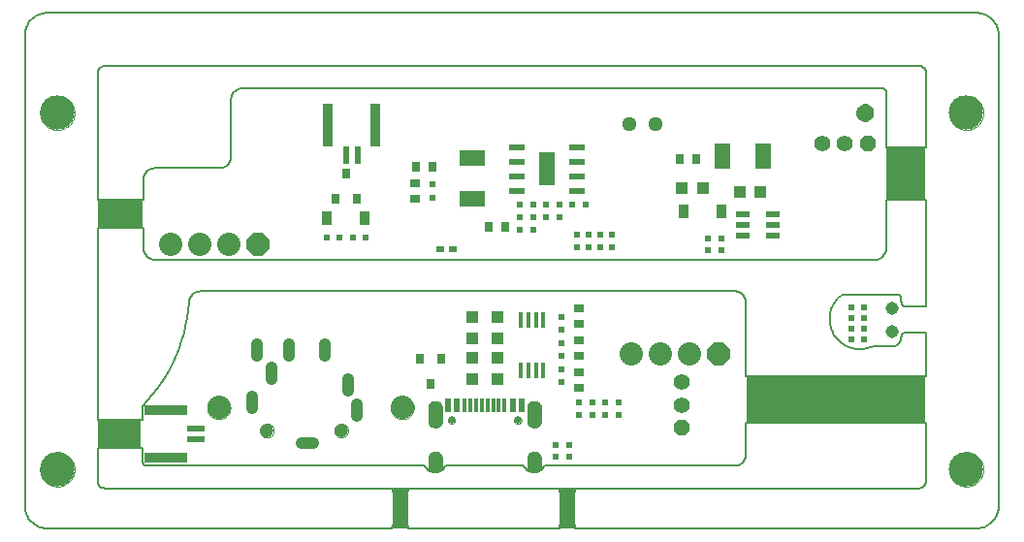
<source format=gts>
G75*
G70*
%OFA0B0*%
%FSLAX24Y24*%
%IPPOS*%
%LPD*%
%AMOC8*
5,1,8,0,0,1.08239X$1,22.5*
%
%ADD10C,0.0050*%
%ADD11C,0.0000*%
%ADD12C,0.1181*%
%ADD13R,0.0550X0.1400*%
%ADD14R,0.6150X0.1600*%
%ADD15R,0.1550X0.1000*%
%ADD16R,0.1350X0.1800*%
%ADD17R,0.1500X0.1000*%
%ADD18R,0.0197X0.0220*%
%ADD19R,0.0220X0.0197*%
%ADD20C,0.0450*%
%ADD21R,0.0236X0.0600*%
%ADD22R,0.0350X0.1450*%
%ADD23R,0.0394X0.0433*%
%ADD24C,0.0512*%
%ADD25R,0.0250X0.0197*%
%ADD26R,0.0472X0.0217*%
%ADD27R,0.0358X0.0480*%
%ADD28R,0.0551X0.0906*%
%ADD29R,0.0157X0.0551*%
%ADD30R,0.0354X0.0250*%
%ADD31R,0.0433X0.0394*%
%ADD32R,0.0315X0.0354*%
%ADD33R,0.0250X0.0354*%
%ADD34R,0.0551X0.0236*%
%ADD35R,0.0551X0.1181*%
%ADD36R,0.0906X0.0551*%
%ADD37C,0.0800*%
%ADD38C,0.0472*%
%ADD39C,0.0400*%
%ADD40R,0.0600X0.0236*%
%ADD41R,0.1450X0.0350*%
%ADD42OC8,0.0800*%
%ADD43R,0.0118X0.0472*%
%ADD44R,0.0236X0.0472*%
%ADD45C,0.0256*%
%ADD46C,0.0004*%
%ADD47C,0.0550*%
%ADD48OC8,0.0550*%
D10*
X001677Y000927D02*
X013545Y000927D01*
X013545Y000955D01*
X013549Y000983D01*
X013556Y001010D01*
X013567Y001036D01*
X013581Y001060D01*
X013598Y001082D01*
X013618Y001102D01*
X013640Y001119D01*
X013664Y001133D01*
X013690Y001144D01*
X013717Y001151D01*
X013745Y001155D01*
X013895Y001155D01*
X013923Y001151D01*
X013950Y001144D01*
X013976Y001133D01*
X014000Y001119D01*
X014022Y001102D01*
X014042Y001082D01*
X014059Y001060D01*
X014073Y001036D01*
X014084Y001010D01*
X014091Y000983D01*
X014095Y000955D01*
X014095Y000927D01*
X019282Y000927D01*
X019282Y000955D01*
X019286Y000983D01*
X019293Y001010D01*
X019304Y001036D01*
X019318Y001060D01*
X019335Y001082D01*
X019355Y001102D01*
X019377Y001119D01*
X019401Y001133D01*
X019427Y001144D01*
X019454Y001151D01*
X019482Y001155D01*
X019632Y001155D01*
X019632Y001156D02*
X019661Y001152D01*
X019688Y001145D01*
X019714Y001135D01*
X019739Y001121D01*
X019762Y001104D01*
X019782Y001084D01*
X019800Y001062D01*
X019814Y001037D01*
X019826Y001011D01*
X019833Y000984D01*
X019837Y000956D01*
X019838Y000928D01*
X019837Y000927D02*
X033631Y000927D01*
X033630Y000927D02*
X033684Y000929D01*
X033738Y000934D01*
X033791Y000943D01*
X033844Y000956D01*
X033895Y000973D01*
X033945Y000993D01*
X033993Y001017D01*
X034040Y001044D01*
X034085Y001075D01*
X034127Y001108D01*
X034167Y001145D01*
X034204Y001184D01*
X034238Y001226D01*
X034269Y001270D01*
X034297Y001316D01*
X034321Y001364D01*
X034342Y001414D01*
X034360Y001465D01*
X034374Y001517D01*
X034384Y001570D01*
X034390Y001624D01*
X034392Y001677D01*
X034392Y017896D01*
X034392Y017895D02*
X034390Y017949D01*
X034383Y018003D01*
X034373Y018056D01*
X034360Y018108D01*
X034342Y018159D01*
X034321Y018209D01*
X034297Y018257D01*
X034269Y018303D01*
X034237Y018347D01*
X034203Y018388D01*
X034166Y018427D01*
X034126Y018464D01*
X034084Y018497D01*
X034040Y018528D01*
X033993Y018555D01*
X033945Y018578D01*
X033895Y018599D01*
X033843Y018615D01*
X033791Y018628D01*
X033738Y018637D01*
X033684Y018643D01*
X033631Y018644D01*
X001677Y018644D01*
X001624Y018642D01*
X001570Y018637D01*
X001518Y018627D01*
X001466Y018614D01*
X001415Y018597D01*
X001366Y018577D01*
X001318Y018553D01*
X001272Y018526D01*
X001228Y018495D01*
X001186Y018462D01*
X001147Y018425D01*
X001111Y018386D01*
X001077Y018345D01*
X001046Y018301D01*
X001019Y018255D01*
X000995Y018207D01*
X000975Y018158D01*
X000958Y018107D01*
X000944Y018055D01*
X000935Y018003D01*
X000929Y017949D01*
X000927Y017896D01*
X000927Y001677D01*
X000929Y001623D01*
X000935Y001570D01*
X000944Y001518D01*
X000957Y001466D01*
X000974Y001415D01*
X000995Y001365D01*
X001019Y001318D01*
X001046Y001272D01*
X001077Y001228D01*
X001110Y001186D01*
X001147Y001147D01*
X001186Y001110D01*
X001228Y001077D01*
X001272Y001046D01*
X001318Y001019D01*
X001365Y000995D01*
X001415Y000974D01*
X001466Y000957D01*
X001518Y000944D01*
X001570Y000935D01*
X001623Y000929D01*
X001677Y000927D01*
X003677Y002305D02*
X013545Y002305D01*
X013545Y002277D01*
X013549Y002249D01*
X013556Y002222D01*
X013567Y002196D01*
X013581Y002172D01*
X013598Y002150D01*
X013618Y002130D01*
X013640Y002113D01*
X013664Y002099D01*
X013690Y002088D01*
X013717Y002081D01*
X013745Y002077D01*
X013895Y002077D01*
X013923Y002081D01*
X013950Y002088D01*
X013976Y002099D01*
X014000Y002113D01*
X014022Y002130D01*
X014042Y002150D01*
X014059Y002172D01*
X014073Y002196D01*
X014084Y002222D01*
X014091Y002249D01*
X014095Y002277D01*
X014095Y002305D01*
X019282Y002305D01*
X019282Y002277D01*
X019286Y002249D01*
X019293Y002222D01*
X019304Y002196D01*
X019318Y002172D01*
X019335Y002150D01*
X019355Y002130D01*
X019377Y002113D01*
X019401Y002099D01*
X019427Y002088D01*
X019454Y002081D01*
X019482Y002077D01*
X019632Y002077D01*
X019661Y002081D01*
X019688Y002088D01*
X019714Y002098D01*
X019739Y002112D01*
X019762Y002129D01*
X019782Y002149D01*
X019800Y002171D01*
X019814Y002196D01*
X019826Y002222D01*
X019833Y002249D01*
X019837Y002277D01*
X019838Y002305D01*
X019837Y002305D02*
X031642Y002305D01*
X031672Y002307D01*
X031702Y002312D01*
X031731Y002321D01*
X031758Y002334D01*
X031784Y002349D01*
X031808Y002368D01*
X031829Y002389D01*
X031848Y002413D01*
X031863Y002439D01*
X031876Y002466D01*
X031885Y002495D01*
X031890Y002525D01*
X031892Y002555D01*
X031892Y004570D01*
X025710Y004570D01*
X025710Y003477D01*
X025708Y003438D01*
X025702Y003399D01*
X025693Y003361D01*
X025680Y003324D01*
X025663Y003288D01*
X025643Y003255D01*
X025619Y003223D01*
X025593Y003194D01*
X025564Y003168D01*
X025532Y003144D01*
X025499Y003124D01*
X025463Y003107D01*
X025426Y003094D01*
X025388Y003085D01*
X025349Y003079D01*
X025310Y003077D01*
X018790Y003077D01*
X018770Y003043D01*
X018747Y003011D01*
X018721Y002981D01*
X018692Y002954D01*
X018661Y002930D01*
X018628Y002908D01*
X018593Y002890D01*
X018556Y002876D01*
X018518Y002865D01*
X018479Y002857D01*
X018440Y002853D01*
X018400Y002853D01*
X018361Y002857D01*
X018322Y002865D01*
X018284Y002876D01*
X018247Y002890D01*
X018212Y002908D01*
X018179Y002930D01*
X018148Y002954D01*
X018119Y002981D01*
X018093Y003011D01*
X018070Y003043D01*
X018050Y003077D01*
X015390Y003077D01*
X015370Y003043D01*
X015347Y003011D01*
X015321Y002981D01*
X015292Y002954D01*
X015261Y002930D01*
X015228Y002908D01*
X015193Y002890D01*
X015156Y002876D01*
X015118Y002865D01*
X015079Y002857D01*
X015040Y002853D01*
X015000Y002853D01*
X014961Y002857D01*
X014922Y002865D01*
X014884Y002876D01*
X014847Y002890D01*
X014812Y002908D01*
X014779Y002930D01*
X014748Y002954D01*
X014719Y002981D01*
X014693Y003011D01*
X014670Y003043D01*
X014650Y003077D01*
X005110Y003077D01*
X005085Y003082D01*
X005062Y003091D01*
X005039Y003103D01*
X005019Y003118D01*
X005001Y003136D01*
X004986Y003156D01*
X004974Y003178D01*
X004965Y003202D01*
X004960Y003227D01*
X004958Y003252D01*
X004960Y003277D01*
X004960Y003683D01*
X003427Y003683D01*
X003427Y002527D01*
X003431Y002499D01*
X003438Y002471D01*
X003448Y002444D01*
X003461Y002419D01*
X003477Y002396D01*
X003496Y002374D01*
X003517Y002355D01*
X003541Y002339D01*
X003566Y002326D01*
X003593Y002316D01*
X003620Y002309D01*
X003648Y002305D01*
X003677Y002305D01*
X003427Y004671D02*
X004960Y004671D01*
X004960Y005127D01*
X003427Y004671D02*
X003427Y011245D01*
X004994Y011245D01*
X004994Y010564D01*
X004996Y010525D01*
X005002Y010486D01*
X005011Y010448D01*
X005024Y010411D01*
X005041Y010375D01*
X005061Y010342D01*
X005085Y010310D01*
X005111Y010281D01*
X005140Y010255D01*
X005172Y010231D01*
X005205Y010211D01*
X005241Y010194D01*
X005278Y010181D01*
X005316Y010172D01*
X005355Y010166D01*
X005394Y010164D01*
X030138Y010164D01*
X030177Y010166D01*
X030216Y010172D01*
X030254Y010181D01*
X030291Y010194D01*
X030327Y010211D01*
X030360Y010231D01*
X030392Y010255D01*
X030421Y010281D01*
X030447Y010310D01*
X030471Y010342D01*
X030491Y010375D01*
X030508Y010411D01*
X030521Y010448D01*
X030530Y010486D01*
X030536Y010525D01*
X030538Y010564D01*
X030538Y012220D01*
X031892Y012220D01*
X031892Y008560D01*
X031192Y008560D01*
X031169Y008564D01*
X031147Y008571D01*
X031126Y008581D01*
X031107Y008594D01*
X031090Y008610D01*
X031076Y008628D01*
X031064Y008648D01*
X031055Y008669D01*
X031049Y008691D01*
X031046Y008714D01*
X031047Y008737D01*
X031046Y008738D02*
X031046Y008800D01*
X031046Y008823D01*
X031042Y008846D01*
X031036Y008868D01*
X031026Y008889D01*
X031014Y008908D01*
X030999Y008925D01*
X030981Y008940D01*
X030962Y008953D01*
X030941Y008962D01*
X030919Y008968D01*
X030896Y008972D01*
X029019Y008972D01*
X028969Y008934D01*
X028921Y008893D01*
X028876Y008849D01*
X028834Y008803D01*
X028794Y008754D01*
X028758Y008702D01*
X028725Y008649D01*
X028695Y008594D01*
X028668Y008537D01*
X028645Y008478D01*
X028626Y008418D01*
X028610Y008357D01*
X028598Y008296D01*
X028589Y008233D01*
X028585Y008170D01*
X028584Y008108D01*
X028587Y008045D01*
X028594Y007982D01*
X028605Y007920D01*
X028619Y007859D01*
X028637Y007799D01*
X028659Y007740D01*
X028684Y007682D01*
X028713Y007626D01*
X028745Y007572D01*
X028780Y007520D01*
X028818Y007470D01*
X028859Y007422D01*
X028904Y007377D01*
X028950Y007335D01*
X028999Y007296D01*
X029051Y007260D01*
X029104Y007227D01*
X029160Y007197D01*
X029217Y007171D01*
X029275Y007148D01*
X029335Y007129D01*
X029396Y007113D01*
X029458Y007101D01*
X029520Y007093D01*
X029583Y007089D01*
X029646Y007088D01*
X029709Y007092D01*
X029771Y007099D01*
X029833Y007110D01*
X029895Y007124D01*
X029955Y007142D01*
X030014Y007164D01*
X030071Y007190D01*
X030731Y007190D01*
X030764Y007192D01*
X030797Y007198D01*
X030829Y007207D01*
X030860Y007219D01*
X030890Y007234D01*
X030918Y007253D01*
X030943Y007274D01*
X030966Y007298D01*
X030987Y007324D01*
X031005Y007352D01*
X031020Y007382D01*
X031031Y007413D01*
X031040Y007445D01*
X031045Y007478D01*
X031046Y007511D01*
X031047Y007511D02*
X031050Y007534D01*
X031057Y007556D01*
X031067Y007577D01*
X031080Y007597D01*
X031095Y007614D01*
X031113Y007629D01*
X031133Y007641D01*
X031154Y007651D01*
X031177Y007657D01*
X031200Y007660D01*
X031223Y007659D01*
X031223Y007660D02*
X031892Y007660D01*
X031892Y006158D01*
X025710Y006158D01*
X025710Y008677D01*
X025708Y008716D01*
X025702Y008755D01*
X025693Y008793D01*
X025680Y008830D01*
X025663Y008866D01*
X025643Y008899D01*
X025619Y008931D01*
X025593Y008960D01*
X025564Y008986D01*
X025532Y009010D01*
X025499Y009030D01*
X025463Y009047D01*
X025426Y009060D01*
X025388Y009069D01*
X025349Y009075D01*
X025310Y009077D01*
X006960Y009077D01*
X006921Y009075D01*
X006882Y009069D01*
X006844Y009060D01*
X006807Y009047D01*
X006771Y009030D01*
X006738Y009010D01*
X006706Y008986D01*
X006677Y008960D01*
X006651Y008931D01*
X006627Y008899D01*
X006607Y008866D01*
X006590Y008830D01*
X006577Y008793D01*
X006568Y008755D01*
X006562Y008716D01*
X006560Y008677D01*
X006534Y008413D01*
X006496Y008151D01*
X006446Y007891D01*
X006384Y007633D01*
X006310Y007379D01*
X006224Y007129D01*
X006126Y006882D01*
X006017Y006641D01*
X005897Y006404D01*
X005767Y006174D01*
X005625Y005950D01*
X005473Y005733D01*
X005312Y005523D01*
X005141Y005321D01*
X004960Y005127D01*
X004994Y012233D02*
X003427Y012233D01*
X003427Y016586D01*
X003429Y016616D01*
X003434Y016646D01*
X003443Y016675D01*
X003456Y016702D01*
X003471Y016728D01*
X003490Y016752D01*
X003511Y016773D01*
X003535Y016792D01*
X003561Y016807D01*
X003588Y016820D01*
X003617Y016829D01*
X003647Y016834D01*
X003677Y016836D01*
X031642Y016836D01*
X031672Y016834D01*
X031702Y016829D01*
X031731Y016820D01*
X031758Y016807D01*
X031784Y016792D01*
X031808Y016773D01*
X031829Y016752D01*
X031848Y016728D01*
X031863Y016702D01*
X031876Y016675D01*
X031885Y016646D01*
X031890Y016616D01*
X031892Y016586D01*
X031892Y014008D01*
X030538Y014008D01*
X030538Y015914D01*
X030536Y015937D01*
X030531Y015960D01*
X030522Y015982D01*
X030509Y016002D01*
X030494Y016020D01*
X030476Y016035D01*
X030456Y016048D01*
X030434Y016057D01*
X030411Y016062D01*
X030388Y016064D01*
X008410Y016064D01*
X008371Y016062D01*
X008332Y016056D01*
X008294Y016047D01*
X008257Y016034D01*
X008221Y016017D01*
X008188Y015997D01*
X008156Y015973D01*
X008127Y015947D01*
X008101Y015918D01*
X008077Y015886D01*
X008057Y015853D01*
X008040Y015817D01*
X008027Y015780D01*
X008018Y015742D01*
X008012Y015703D01*
X008010Y015664D01*
X008010Y013714D01*
X008008Y013675D01*
X008002Y013636D01*
X007993Y013598D01*
X007980Y013561D01*
X007963Y013525D01*
X007943Y013492D01*
X007919Y013460D01*
X007893Y013431D01*
X007864Y013405D01*
X007832Y013381D01*
X007799Y013361D01*
X007763Y013344D01*
X007726Y013331D01*
X007688Y013322D01*
X007649Y013316D01*
X007610Y013314D01*
X005394Y013314D01*
X005355Y013312D01*
X005316Y013306D01*
X005278Y013297D01*
X005241Y013284D01*
X005205Y013267D01*
X005172Y013247D01*
X005140Y013223D01*
X005111Y013197D01*
X005085Y013168D01*
X005061Y013136D01*
X005041Y013103D01*
X005024Y013067D01*
X005011Y013030D01*
X005002Y012992D01*
X004996Y012953D01*
X004994Y012914D01*
X004994Y012233D01*
X029534Y015153D02*
X029529Y015207D01*
X029534Y015260D01*
X029550Y015312D01*
X029575Y015359D01*
X029609Y015401D01*
X029650Y015435D01*
X029698Y015460D01*
X029749Y015476D01*
X029803Y015481D01*
X029856Y015476D01*
X029907Y015460D01*
X029955Y015435D01*
X029996Y015401D01*
X030030Y015359D01*
X030056Y015312D01*
X030071Y015260D01*
X030077Y015207D01*
X030071Y015153D01*
X030056Y015102D01*
X030030Y015055D01*
X029996Y015013D01*
X029955Y014979D01*
X029907Y014954D01*
X029856Y014938D01*
X029803Y014933D01*
X029749Y014938D01*
X029698Y014954D01*
X029650Y014979D01*
X029609Y015013D01*
X029575Y015055D01*
X029550Y015102D01*
X029534Y015153D01*
X029539Y015138D02*
X030067Y015138D01*
X030075Y015186D02*
X029531Y015186D01*
X029531Y015235D02*
X030074Y015235D01*
X030064Y015283D02*
X029541Y015283D01*
X029560Y015332D02*
X030045Y015332D01*
X030013Y015380D02*
X029592Y015380D01*
X029643Y015429D02*
X029962Y015429D01*
X029837Y015477D02*
X029768Y015477D01*
X029556Y015089D02*
X030049Y015089D01*
X030019Y015041D02*
X029586Y015041D01*
X029634Y014992D02*
X029971Y014992D01*
X029875Y014944D02*
X029730Y014944D01*
D11*
X032687Y015215D02*
X032689Y015263D01*
X032695Y015311D01*
X032705Y015358D01*
X032718Y015404D01*
X032736Y015449D01*
X032756Y015493D01*
X032781Y015535D01*
X032809Y015574D01*
X032839Y015611D01*
X032873Y015645D01*
X032910Y015677D01*
X032948Y015706D01*
X032989Y015731D01*
X033032Y015753D01*
X033077Y015771D01*
X033123Y015785D01*
X033170Y015796D01*
X033218Y015803D01*
X033266Y015806D01*
X033314Y015805D01*
X033362Y015800D01*
X033410Y015791D01*
X033456Y015779D01*
X033501Y015762D01*
X033545Y015742D01*
X033587Y015719D01*
X033627Y015692D01*
X033665Y015662D01*
X033700Y015629D01*
X033732Y015593D01*
X033762Y015555D01*
X033788Y015514D01*
X033810Y015471D01*
X033830Y015427D01*
X033845Y015382D01*
X033857Y015335D01*
X033865Y015287D01*
X033869Y015239D01*
X033869Y015191D01*
X033865Y015143D01*
X033857Y015095D01*
X033845Y015048D01*
X033830Y015003D01*
X033810Y014959D01*
X033788Y014916D01*
X033762Y014875D01*
X033732Y014837D01*
X033700Y014801D01*
X033665Y014768D01*
X033627Y014738D01*
X033587Y014711D01*
X033545Y014688D01*
X033501Y014668D01*
X033456Y014651D01*
X033410Y014639D01*
X033362Y014630D01*
X033314Y014625D01*
X033266Y014624D01*
X033218Y014627D01*
X033170Y014634D01*
X033123Y014645D01*
X033077Y014659D01*
X033032Y014677D01*
X032989Y014699D01*
X032948Y014724D01*
X032910Y014753D01*
X032873Y014785D01*
X032839Y014819D01*
X032809Y014856D01*
X032781Y014895D01*
X032756Y014937D01*
X032736Y014981D01*
X032718Y015026D01*
X032705Y015072D01*
X032695Y015119D01*
X032689Y015167D01*
X032687Y015215D01*
X013487Y005080D02*
X013489Y005120D01*
X013495Y005159D01*
X013505Y005198D01*
X013518Y005235D01*
X013536Y005271D01*
X013557Y005305D01*
X013581Y005337D01*
X013608Y005366D01*
X013638Y005393D01*
X013670Y005416D01*
X013705Y005436D01*
X013741Y005452D01*
X013779Y005465D01*
X013818Y005474D01*
X013857Y005479D01*
X013897Y005480D01*
X013937Y005477D01*
X013976Y005470D01*
X014014Y005459D01*
X014052Y005445D01*
X014087Y005426D01*
X014120Y005405D01*
X014152Y005380D01*
X014180Y005352D01*
X014206Y005322D01*
X014228Y005289D01*
X014247Y005254D01*
X014263Y005217D01*
X014275Y005179D01*
X014283Y005140D01*
X014287Y005100D01*
X014287Y005060D01*
X014283Y005020D01*
X014275Y004981D01*
X014263Y004943D01*
X014247Y004906D01*
X014228Y004871D01*
X014206Y004838D01*
X014180Y004808D01*
X014152Y004780D01*
X014120Y004755D01*
X014087Y004734D01*
X014052Y004715D01*
X014014Y004701D01*
X013976Y004690D01*
X013937Y004683D01*
X013897Y004680D01*
X013857Y004681D01*
X013818Y004686D01*
X013779Y004695D01*
X013741Y004708D01*
X013705Y004724D01*
X013670Y004744D01*
X013638Y004767D01*
X013608Y004794D01*
X013581Y004823D01*
X013557Y004855D01*
X013536Y004889D01*
X013518Y004925D01*
X013505Y004962D01*
X013495Y005001D01*
X013489Y005040D01*
X013487Y005080D01*
X011560Y004288D02*
X011562Y004318D01*
X011568Y004348D01*
X011577Y004377D01*
X011590Y004404D01*
X011607Y004429D01*
X011626Y004452D01*
X011649Y004473D01*
X011674Y004490D01*
X011700Y004504D01*
X011729Y004514D01*
X011758Y004521D01*
X011788Y004524D01*
X011819Y004523D01*
X011849Y004518D01*
X011878Y004509D01*
X011905Y004497D01*
X011931Y004482D01*
X011955Y004463D01*
X011976Y004441D01*
X011994Y004417D01*
X012009Y004390D01*
X012020Y004362D01*
X012028Y004333D01*
X012032Y004303D01*
X012032Y004273D01*
X012028Y004243D01*
X012020Y004214D01*
X012009Y004186D01*
X011994Y004159D01*
X011976Y004135D01*
X011955Y004113D01*
X011931Y004094D01*
X011905Y004079D01*
X011878Y004067D01*
X011849Y004058D01*
X011819Y004053D01*
X011788Y004052D01*
X011758Y004055D01*
X011729Y004062D01*
X011700Y004072D01*
X011674Y004086D01*
X011649Y004103D01*
X011626Y004124D01*
X011607Y004147D01*
X011590Y004172D01*
X011577Y004199D01*
X011568Y004228D01*
X011562Y004258D01*
X011560Y004288D01*
X009001Y004288D02*
X009003Y004318D01*
X009009Y004348D01*
X009018Y004377D01*
X009031Y004404D01*
X009048Y004429D01*
X009067Y004452D01*
X009090Y004473D01*
X009115Y004490D01*
X009141Y004504D01*
X009170Y004514D01*
X009199Y004521D01*
X009229Y004524D01*
X009260Y004523D01*
X009290Y004518D01*
X009319Y004509D01*
X009346Y004497D01*
X009372Y004482D01*
X009396Y004463D01*
X009417Y004441D01*
X009435Y004417D01*
X009450Y004390D01*
X009461Y004362D01*
X009469Y004333D01*
X009473Y004303D01*
X009473Y004273D01*
X009469Y004243D01*
X009461Y004214D01*
X009450Y004186D01*
X009435Y004159D01*
X009417Y004135D01*
X009396Y004113D01*
X009372Y004094D01*
X009346Y004079D01*
X009319Y004067D01*
X009290Y004058D01*
X009260Y004053D01*
X009229Y004052D01*
X009199Y004055D01*
X009170Y004062D01*
X009141Y004072D01*
X009115Y004086D01*
X009090Y004103D01*
X009067Y004124D01*
X009048Y004147D01*
X009031Y004172D01*
X009018Y004199D01*
X009009Y004228D01*
X009003Y004258D01*
X009001Y004288D01*
X007182Y005080D02*
X007184Y005120D01*
X007190Y005159D01*
X007200Y005198D01*
X007213Y005235D01*
X007231Y005271D01*
X007252Y005305D01*
X007276Y005337D01*
X007303Y005366D01*
X007333Y005393D01*
X007365Y005416D01*
X007400Y005436D01*
X007436Y005452D01*
X007474Y005465D01*
X007513Y005474D01*
X007552Y005479D01*
X007592Y005480D01*
X007632Y005477D01*
X007671Y005470D01*
X007709Y005459D01*
X007747Y005445D01*
X007782Y005426D01*
X007815Y005405D01*
X007847Y005380D01*
X007875Y005352D01*
X007901Y005322D01*
X007923Y005289D01*
X007942Y005254D01*
X007958Y005217D01*
X007970Y005179D01*
X007978Y005140D01*
X007982Y005100D01*
X007982Y005060D01*
X007978Y005020D01*
X007970Y004981D01*
X007958Y004943D01*
X007942Y004906D01*
X007923Y004871D01*
X007901Y004838D01*
X007875Y004808D01*
X007847Y004780D01*
X007815Y004755D01*
X007782Y004734D01*
X007747Y004715D01*
X007709Y004701D01*
X007671Y004690D01*
X007632Y004683D01*
X007592Y004680D01*
X007552Y004681D01*
X007513Y004686D01*
X007474Y004695D01*
X007436Y004708D01*
X007400Y004724D01*
X007365Y004744D01*
X007333Y004767D01*
X007303Y004794D01*
X007276Y004823D01*
X007252Y004855D01*
X007231Y004889D01*
X007213Y004925D01*
X007200Y004962D01*
X007190Y005001D01*
X007184Y005040D01*
X007182Y005080D01*
X001440Y002959D02*
X001442Y003007D01*
X001448Y003055D01*
X001458Y003102D01*
X001471Y003148D01*
X001489Y003193D01*
X001509Y003237D01*
X001534Y003279D01*
X001562Y003318D01*
X001592Y003355D01*
X001626Y003389D01*
X001663Y003421D01*
X001701Y003450D01*
X001742Y003475D01*
X001785Y003497D01*
X001830Y003515D01*
X001876Y003529D01*
X001923Y003540D01*
X001971Y003547D01*
X002019Y003550D01*
X002067Y003549D01*
X002115Y003544D01*
X002163Y003535D01*
X002209Y003523D01*
X002254Y003506D01*
X002298Y003486D01*
X002340Y003463D01*
X002380Y003436D01*
X002418Y003406D01*
X002453Y003373D01*
X002485Y003337D01*
X002515Y003299D01*
X002541Y003258D01*
X002563Y003215D01*
X002583Y003171D01*
X002598Y003126D01*
X002610Y003079D01*
X002618Y003031D01*
X002622Y002983D01*
X002622Y002935D01*
X002618Y002887D01*
X002610Y002839D01*
X002598Y002792D01*
X002583Y002747D01*
X002563Y002703D01*
X002541Y002660D01*
X002515Y002619D01*
X002485Y002581D01*
X002453Y002545D01*
X002418Y002512D01*
X002380Y002482D01*
X002340Y002455D01*
X002298Y002432D01*
X002254Y002412D01*
X002209Y002395D01*
X002163Y002383D01*
X002115Y002374D01*
X002067Y002369D01*
X002019Y002368D01*
X001971Y002371D01*
X001923Y002378D01*
X001876Y002389D01*
X001830Y002403D01*
X001785Y002421D01*
X001742Y002443D01*
X001701Y002468D01*
X001663Y002497D01*
X001626Y002529D01*
X001592Y002563D01*
X001562Y002600D01*
X001534Y002639D01*
X001509Y002681D01*
X001489Y002725D01*
X001471Y002770D01*
X001458Y002816D01*
X001448Y002863D01*
X001442Y002911D01*
X001440Y002959D01*
X015454Y004643D02*
X015456Y004665D01*
X015462Y004687D01*
X015471Y004707D01*
X015484Y004725D01*
X015500Y004741D01*
X015518Y004754D01*
X015538Y004763D01*
X015560Y004769D01*
X015582Y004771D01*
X015604Y004769D01*
X015626Y004763D01*
X015646Y004754D01*
X015664Y004741D01*
X015680Y004725D01*
X015693Y004707D01*
X015702Y004687D01*
X015708Y004665D01*
X015710Y004643D01*
X015708Y004621D01*
X015702Y004599D01*
X015693Y004579D01*
X015680Y004561D01*
X015664Y004545D01*
X015646Y004532D01*
X015626Y004523D01*
X015604Y004517D01*
X015582Y004515D01*
X015560Y004517D01*
X015538Y004523D01*
X015518Y004532D01*
X015500Y004545D01*
X015484Y004561D01*
X015471Y004579D01*
X015462Y004599D01*
X015456Y004621D01*
X015454Y004643D01*
X017729Y004643D02*
X017731Y004665D01*
X017737Y004687D01*
X017746Y004707D01*
X017759Y004725D01*
X017775Y004741D01*
X017793Y004754D01*
X017813Y004763D01*
X017835Y004769D01*
X017857Y004771D01*
X017879Y004769D01*
X017901Y004763D01*
X017921Y004754D01*
X017939Y004741D01*
X017955Y004725D01*
X017968Y004707D01*
X017977Y004687D01*
X017983Y004665D01*
X017985Y004643D01*
X017983Y004621D01*
X017977Y004599D01*
X017968Y004579D01*
X017955Y004561D01*
X017939Y004545D01*
X017921Y004532D01*
X017901Y004523D01*
X017879Y004517D01*
X017857Y004515D01*
X017835Y004517D01*
X017813Y004523D01*
X017793Y004532D01*
X017775Y004545D01*
X017759Y004561D01*
X017746Y004579D01*
X017737Y004599D01*
X017731Y004621D01*
X017729Y004643D01*
X032687Y002959D02*
X032689Y003007D01*
X032695Y003055D01*
X032705Y003102D01*
X032718Y003148D01*
X032736Y003193D01*
X032756Y003237D01*
X032781Y003279D01*
X032809Y003318D01*
X032839Y003355D01*
X032873Y003389D01*
X032910Y003421D01*
X032948Y003450D01*
X032989Y003475D01*
X033032Y003497D01*
X033077Y003515D01*
X033123Y003529D01*
X033170Y003540D01*
X033218Y003547D01*
X033266Y003550D01*
X033314Y003549D01*
X033362Y003544D01*
X033410Y003535D01*
X033456Y003523D01*
X033501Y003506D01*
X033545Y003486D01*
X033587Y003463D01*
X033627Y003436D01*
X033665Y003406D01*
X033700Y003373D01*
X033732Y003337D01*
X033762Y003299D01*
X033788Y003258D01*
X033810Y003215D01*
X033830Y003171D01*
X033845Y003126D01*
X033857Y003079D01*
X033865Y003031D01*
X033869Y002983D01*
X033869Y002935D01*
X033865Y002887D01*
X033857Y002839D01*
X033845Y002792D01*
X033830Y002747D01*
X033810Y002703D01*
X033788Y002660D01*
X033762Y002619D01*
X033732Y002581D01*
X033700Y002545D01*
X033665Y002512D01*
X033627Y002482D01*
X033587Y002455D01*
X033545Y002432D01*
X033501Y002412D01*
X033456Y002395D01*
X033410Y002383D01*
X033362Y002374D01*
X033314Y002369D01*
X033266Y002368D01*
X033218Y002371D01*
X033170Y002378D01*
X033123Y002389D01*
X033077Y002403D01*
X033032Y002421D01*
X032989Y002443D01*
X032948Y002468D01*
X032910Y002497D01*
X032873Y002529D01*
X032839Y002563D01*
X032809Y002600D01*
X032781Y002639D01*
X032756Y002681D01*
X032736Y002725D01*
X032718Y002770D01*
X032705Y002816D01*
X032695Y002863D01*
X032689Y002911D01*
X032687Y002959D01*
X001440Y015215D02*
X001442Y015263D01*
X001448Y015311D01*
X001458Y015358D01*
X001471Y015404D01*
X001489Y015449D01*
X001509Y015493D01*
X001534Y015535D01*
X001562Y015574D01*
X001592Y015611D01*
X001626Y015645D01*
X001663Y015677D01*
X001701Y015706D01*
X001742Y015731D01*
X001785Y015753D01*
X001830Y015771D01*
X001876Y015785D01*
X001923Y015796D01*
X001971Y015803D01*
X002019Y015806D01*
X002067Y015805D01*
X002115Y015800D01*
X002163Y015791D01*
X002209Y015779D01*
X002254Y015762D01*
X002298Y015742D01*
X002340Y015719D01*
X002380Y015692D01*
X002418Y015662D01*
X002453Y015629D01*
X002485Y015593D01*
X002515Y015555D01*
X002541Y015514D01*
X002563Y015471D01*
X002583Y015427D01*
X002598Y015382D01*
X002610Y015335D01*
X002618Y015287D01*
X002622Y015239D01*
X002622Y015191D01*
X002618Y015143D01*
X002610Y015095D01*
X002598Y015048D01*
X002583Y015003D01*
X002563Y014959D01*
X002541Y014916D01*
X002515Y014875D01*
X002485Y014837D01*
X002453Y014801D01*
X002418Y014768D01*
X002380Y014738D01*
X002340Y014711D01*
X002298Y014688D01*
X002254Y014668D01*
X002209Y014651D01*
X002163Y014639D01*
X002115Y014630D01*
X002067Y014625D01*
X002019Y014624D01*
X001971Y014627D01*
X001923Y014634D01*
X001876Y014645D01*
X001830Y014659D01*
X001785Y014677D01*
X001742Y014699D01*
X001701Y014724D01*
X001663Y014753D01*
X001626Y014785D01*
X001592Y014819D01*
X001562Y014856D01*
X001534Y014895D01*
X001509Y014937D01*
X001489Y014981D01*
X001471Y015026D01*
X001458Y015072D01*
X001448Y015119D01*
X001442Y015167D01*
X001440Y015215D01*
D12*
X002031Y015215D03*
X002031Y002959D03*
X033278Y002959D03*
X033278Y015215D03*
D13*
X019557Y001627D03*
X013820Y001627D03*
D14*
X028802Y005377D03*
D15*
X004202Y011727D03*
D16*
X031202Y013127D03*
D17*
X004177Y004177D03*
D18*
X014944Y012305D03*
X014944Y012752D03*
X019884Y011038D03*
X020284Y011038D03*
X020684Y011038D03*
X021084Y011038D03*
X021084Y010592D03*
X020684Y010592D03*
X020284Y010592D03*
X019884Y010592D03*
X019358Y008195D03*
X019358Y007749D03*
X019358Y007295D03*
X019358Y006849D03*
X019358Y006405D03*
X019358Y005958D03*
D19*
X019974Y005249D03*
X020421Y005249D03*
X020421Y004823D03*
X019974Y004823D03*
X020868Y004823D03*
X021315Y004823D03*
X021315Y005249D03*
X020868Y005249D03*
X019624Y003789D03*
X019178Y003789D03*
X019178Y003379D03*
X019624Y003379D03*
X029323Y007432D03*
X029770Y007432D03*
X029770Y007792D03*
X029323Y007792D03*
X029323Y008152D03*
X029770Y008152D03*
X029770Y008512D03*
X029323Y008512D03*
X024859Y010477D03*
X024412Y010477D03*
X024412Y010888D03*
X024859Y010888D03*
X020189Y012047D03*
X019742Y012047D03*
X019289Y012047D03*
X018842Y012047D03*
X018389Y012047D03*
X018389Y011616D03*
X018842Y011616D03*
X019289Y011616D03*
X018389Y011190D03*
X017942Y011190D03*
X017942Y011616D03*
X017942Y012047D03*
X012628Y010927D03*
X012182Y010927D03*
X011728Y010927D03*
X011282Y010927D03*
D20*
X030746Y008502D03*
X030746Y007702D03*
D21*
X012353Y013747D03*
X011959Y013747D03*
D22*
X011347Y014792D03*
X012964Y014792D03*
D23*
X023509Y012627D03*
X024219Y012627D03*
X025493Y012477D03*
X026203Y012477D03*
D24*
X022609Y014813D03*
X021709Y014813D03*
D25*
X015645Y010512D03*
X015205Y010512D03*
D26*
X025610Y010988D03*
X025610Y011362D03*
X025610Y011736D03*
X026634Y011736D03*
X026634Y011362D03*
X026634Y010988D03*
D27*
X024859Y011827D03*
X023569Y011827D03*
X012600Y011577D03*
X011310Y011577D03*
D28*
X024887Y013712D03*
X026284Y013712D03*
D29*
X018742Y008080D03*
X018486Y008080D03*
X018230Y008080D03*
X017974Y008080D03*
X017974Y006347D03*
X018230Y006347D03*
X018486Y006347D03*
X018742Y006347D03*
D30*
X019970Y006301D03*
X019970Y005754D03*
X019972Y006854D03*
X019972Y007401D03*
X019972Y007954D03*
X019972Y008501D03*
X014341Y012255D03*
X014341Y012802D03*
D31*
X016308Y008177D03*
X017158Y008177D03*
X017158Y007467D03*
X016308Y007467D03*
X016308Y006777D03*
X017158Y006777D03*
X017158Y006067D03*
X016308Y006067D03*
D32*
X015232Y006746D03*
X014484Y006746D03*
X014858Y005889D03*
X012329Y012254D03*
X011581Y012254D03*
X011955Y013110D03*
D33*
X014369Y013355D03*
X014915Y013355D03*
X016872Y011289D03*
X017418Y011289D03*
X023441Y013612D03*
X023988Y013612D03*
D34*
X019909Y013538D03*
X019909Y014038D03*
X019909Y013038D03*
X019909Y012538D03*
X017822Y012538D03*
X017822Y013038D03*
X017822Y013538D03*
X017822Y014038D03*
D35*
X018866Y013288D03*
D36*
X016292Y013660D03*
X016292Y012262D03*
D37*
X007936Y010696D03*
X006936Y010696D03*
X005936Y010696D03*
X007582Y005080D03*
X013887Y005080D03*
X021759Y006926D03*
X022759Y006926D03*
X023759Y006926D03*
D38*
X011796Y004288D03*
X009237Y004288D03*
D39*
X010415Y003855D02*
X010815Y003855D01*
X012347Y004797D02*
X012347Y005197D01*
X012033Y005663D02*
X012033Y006063D01*
X011245Y006844D02*
X011245Y007244D01*
X009985Y007244D02*
X009985Y006844D01*
X009395Y006457D02*
X009395Y006057D01*
X008725Y005473D02*
X008725Y005073D01*
X008883Y006844D02*
X008883Y007244D01*
D40*
X006804Y004374D03*
X006804Y003981D03*
D41*
X005760Y003369D03*
X005760Y004986D03*
D42*
X008936Y010696D03*
X024759Y006926D03*
D43*
X017409Y005143D03*
X017212Y005143D03*
X017015Y005143D03*
X016818Y005143D03*
X016621Y005143D03*
X016424Y005143D03*
X016228Y005143D03*
X016031Y005143D03*
D44*
X015755Y005143D03*
X015450Y005143D03*
X017684Y005143D03*
X017989Y005143D03*
D45*
X017857Y004643D03*
X015582Y004643D03*
D46*
X015255Y004644D02*
X014783Y004644D01*
X014783Y004642D02*
X015255Y004642D01*
X015255Y004639D02*
X014783Y004639D01*
X014783Y004637D02*
X015255Y004637D01*
X015255Y004634D02*
X014783Y004634D01*
X014783Y004632D02*
X015255Y004632D01*
X015255Y004630D02*
X014783Y004630D01*
X014783Y004627D02*
X015255Y004627D01*
X015255Y004625D02*
X014783Y004625D01*
X014783Y004622D02*
X015255Y004622D01*
X015255Y004620D02*
X014783Y004620D01*
X014783Y004617D02*
X015255Y004617D01*
X015255Y004615D02*
X014783Y004615D01*
X014783Y004614D02*
X014791Y004564D01*
X015247Y004564D01*
X015228Y004517D01*
X015199Y004475D01*
X015162Y004441D01*
X015118Y004417D01*
X015069Y004402D01*
X015019Y004399D01*
X014968Y004402D01*
X014920Y004417D01*
X014876Y004441D01*
X014839Y004475D01*
X014810Y004517D01*
X014791Y004564D01*
X014790Y004566D02*
X015247Y004566D01*
X015247Y004564D02*
X015255Y004614D01*
X015255Y005086D01*
X015247Y005136D01*
X015229Y005184D01*
X015200Y005226D01*
X015163Y005260D01*
X015118Y005286D01*
X015070Y005301D01*
X015019Y005305D01*
X014974Y005302D01*
X014931Y005291D01*
X014891Y005271D01*
X014856Y005244D01*
X014826Y005211D01*
X014803Y005172D01*
X014789Y005130D01*
X014783Y005086D01*
X014783Y004614D01*
X014783Y004613D02*
X015255Y004613D01*
X015255Y004610D02*
X014783Y004610D01*
X014784Y004608D02*
X015254Y004608D01*
X015254Y004605D02*
X014784Y004605D01*
X014784Y004603D02*
X015253Y004603D01*
X015253Y004600D02*
X014785Y004600D01*
X014785Y004598D02*
X015253Y004598D01*
X015252Y004595D02*
X014786Y004595D01*
X014786Y004593D02*
X015252Y004593D01*
X015251Y004591D02*
X014786Y004591D01*
X014787Y004588D02*
X015251Y004588D01*
X015251Y004586D02*
X014787Y004586D01*
X014788Y004583D02*
X015250Y004583D01*
X015250Y004581D02*
X014788Y004581D01*
X014788Y004578D02*
X015249Y004578D01*
X015249Y004576D02*
X014789Y004576D01*
X014789Y004574D02*
X015249Y004574D01*
X015248Y004571D02*
X014790Y004571D01*
X014790Y004569D02*
X015248Y004569D01*
X015246Y004561D02*
X014792Y004561D01*
X014793Y004559D02*
X015245Y004559D01*
X015244Y004556D02*
X014794Y004556D01*
X014795Y004554D02*
X015243Y004554D01*
X015242Y004552D02*
X014796Y004552D01*
X014797Y004549D02*
X015241Y004549D01*
X015240Y004547D02*
X014798Y004547D01*
X014799Y004544D02*
X015239Y004544D01*
X015238Y004542D02*
X014800Y004542D01*
X014801Y004539D02*
X015237Y004539D01*
X015236Y004537D02*
X014802Y004537D01*
X014803Y004535D02*
X015235Y004535D01*
X015234Y004532D02*
X014804Y004532D01*
X014805Y004530D02*
X015233Y004530D01*
X015232Y004527D02*
X014806Y004527D01*
X014807Y004525D02*
X015231Y004525D01*
X015230Y004522D02*
X014807Y004522D01*
X014808Y004520D02*
X015229Y004520D01*
X015228Y004517D02*
X014809Y004517D01*
X014811Y004515D02*
X015227Y004515D01*
X015225Y004513D02*
X014813Y004513D01*
X014814Y004510D02*
X015223Y004510D01*
X015222Y004508D02*
X014816Y004508D01*
X014818Y004505D02*
X015220Y004505D01*
X015218Y004503D02*
X014819Y004503D01*
X014821Y004500D02*
X015217Y004500D01*
X015215Y004498D02*
X014823Y004498D01*
X014825Y004496D02*
X015213Y004496D01*
X015212Y004493D02*
X014826Y004493D01*
X014828Y004491D02*
X015210Y004491D01*
X015208Y004488D02*
X014830Y004488D01*
X014831Y004486D02*
X015206Y004486D01*
X015205Y004483D02*
X014833Y004483D01*
X014835Y004481D02*
X015203Y004481D01*
X015201Y004478D02*
X014836Y004478D01*
X014838Y004476D02*
X015200Y004476D01*
X015197Y004474D02*
X014841Y004474D01*
X014843Y004471D02*
X015194Y004471D01*
X015192Y004469D02*
X014846Y004469D01*
X014849Y004466D02*
X015189Y004466D01*
X015186Y004464D02*
X014851Y004464D01*
X014854Y004461D02*
X015184Y004461D01*
X015181Y004459D02*
X014857Y004459D01*
X014859Y004457D02*
X015178Y004457D01*
X015176Y004454D02*
X014862Y004454D01*
X014865Y004452D02*
X015173Y004452D01*
X015170Y004449D02*
X014867Y004449D01*
X014870Y004447D02*
X015168Y004447D01*
X015165Y004444D02*
X014873Y004444D01*
X014876Y004442D02*
X015162Y004442D01*
X015158Y004439D02*
X014880Y004439D01*
X014884Y004437D02*
X015154Y004437D01*
X015150Y004435D02*
X014888Y004435D01*
X014893Y004432D02*
X015145Y004432D01*
X015141Y004430D02*
X014897Y004430D01*
X014901Y004427D02*
X015137Y004427D01*
X015132Y004425D02*
X014906Y004425D01*
X014910Y004422D02*
X015128Y004422D01*
X015124Y004420D02*
X014914Y004420D01*
X014918Y004418D02*
X015119Y004418D01*
X015112Y004415D02*
X014925Y004415D01*
X014934Y004413D02*
X015104Y004413D01*
X015096Y004410D02*
X014942Y004410D01*
X014950Y004408D02*
X015088Y004408D01*
X015080Y004405D02*
X014958Y004405D01*
X014966Y004403D02*
X015071Y004403D01*
X015041Y004400D02*
X014997Y004400D01*
X014783Y004647D02*
X015255Y004647D01*
X015255Y004649D02*
X014783Y004649D01*
X014783Y004652D02*
X015255Y004652D01*
X015255Y004654D02*
X014783Y004654D01*
X014783Y004656D02*
X015255Y004656D01*
X015255Y004659D02*
X014783Y004659D01*
X014783Y004661D02*
X015255Y004661D01*
X015255Y004664D02*
X014783Y004664D01*
X014783Y004666D02*
X015255Y004666D01*
X015255Y004669D02*
X014783Y004669D01*
X014783Y004671D02*
X015255Y004671D01*
X015255Y004673D02*
X014783Y004673D01*
X014783Y004676D02*
X015255Y004676D01*
X015255Y004678D02*
X014783Y004678D01*
X014783Y004681D02*
X015255Y004681D01*
X015255Y004683D02*
X014783Y004683D01*
X014783Y004686D02*
X015255Y004686D01*
X015255Y004688D02*
X014783Y004688D01*
X014783Y004691D02*
X015255Y004691D01*
X015255Y004693D02*
X014783Y004693D01*
X014783Y004695D02*
X015255Y004695D01*
X015255Y004698D02*
X014783Y004698D01*
X014783Y004700D02*
X015255Y004700D01*
X015255Y004703D02*
X014783Y004703D01*
X014783Y004705D02*
X015255Y004705D01*
X015255Y004708D02*
X014783Y004708D01*
X014783Y004710D02*
X015255Y004710D01*
X015255Y004712D02*
X014783Y004712D01*
X014783Y004715D02*
X015255Y004715D01*
X015255Y004717D02*
X014783Y004717D01*
X014783Y004720D02*
X015255Y004720D01*
X015255Y004722D02*
X014783Y004722D01*
X014783Y004725D02*
X015255Y004725D01*
X015255Y004727D02*
X014783Y004727D01*
X014783Y004730D02*
X015255Y004730D01*
X015255Y004732D02*
X014783Y004732D01*
X014783Y004734D02*
X015255Y004734D01*
X015255Y004737D02*
X014783Y004737D01*
X014783Y004739D02*
X015255Y004739D01*
X015255Y004742D02*
X014783Y004742D01*
X014783Y004744D02*
X015255Y004744D01*
X015255Y004747D02*
X014783Y004747D01*
X014783Y004749D02*
X015255Y004749D01*
X015255Y004751D02*
X014783Y004751D01*
X014783Y004754D02*
X015255Y004754D01*
X015255Y004756D02*
X014783Y004756D01*
X014783Y004759D02*
X015255Y004759D01*
X015255Y004761D02*
X014783Y004761D01*
X014783Y004764D02*
X015255Y004764D01*
X015255Y004766D02*
X014783Y004766D01*
X014783Y004769D02*
X015255Y004769D01*
X015255Y004771D02*
X014783Y004771D01*
X014783Y004773D02*
X015255Y004773D01*
X015255Y004776D02*
X014783Y004776D01*
X014783Y004778D02*
X015255Y004778D01*
X015255Y004781D02*
X014783Y004781D01*
X014783Y004783D02*
X015255Y004783D01*
X015255Y004786D02*
X014783Y004786D01*
X014783Y004788D02*
X015255Y004788D01*
X015255Y004790D02*
X014783Y004790D01*
X014783Y004793D02*
X015255Y004793D01*
X015255Y004795D02*
X014783Y004795D01*
X014783Y004798D02*
X015255Y004798D01*
X015255Y004800D02*
X014783Y004800D01*
X014783Y004803D02*
X015255Y004803D01*
X015255Y004805D02*
X014783Y004805D01*
X014783Y004808D02*
X015255Y004808D01*
X015255Y004810D02*
X014783Y004810D01*
X014783Y004812D02*
X015255Y004812D01*
X015255Y004815D02*
X014783Y004815D01*
X014783Y004817D02*
X015255Y004817D01*
X015255Y004820D02*
X014783Y004820D01*
X014783Y004822D02*
X015255Y004822D01*
X015255Y004825D02*
X014783Y004825D01*
X014783Y004827D02*
X015255Y004827D01*
X015255Y004829D02*
X014783Y004829D01*
X014783Y004832D02*
X015255Y004832D01*
X015255Y004834D02*
X014783Y004834D01*
X014783Y004837D02*
X015255Y004837D01*
X015255Y004839D02*
X014783Y004839D01*
X014783Y004842D02*
X015255Y004842D01*
X015255Y004844D02*
X014783Y004844D01*
X014783Y004847D02*
X015255Y004847D01*
X015255Y004849D02*
X014783Y004849D01*
X014783Y004851D02*
X015255Y004851D01*
X015255Y004854D02*
X014783Y004854D01*
X014783Y004856D02*
X015255Y004856D01*
X015255Y004859D02*
X014783Y004859D01*
X014783Y004861D02*
X015255Y004861D01*
X015255Y004864D02*
X014783Y004864D01*
X014783Y004866D02*
X015255Y004866D01*
X015255Y004868D02*
X014783Y004868D01*
X014783Y004871D02*
X015255Y004871D01*
X015255Y004873D02*
X014783Y004873D01*
X014783Y004876D02*
X015255Y004876D01*
X015255Y004878D02*
X014783Y004878D01*
X014783Y004881D02*
X015255Y004881D01*
X015255Y004883D02*
X014783Y004883D01*
X014783Y004886D02*
X015255Y004886D01*
X015255Y004888D02*
X014783Y004888D01*
X014783Y004890D02*
X015255Y004890D01*
X015255Y004893D02*
X014783Y004893D01*
X014783Y004895D02*
X015255Y004895D01*
X015255Y004898D02*
X014783Y004898D01*
X014783Y004900D02*
X015255Y004900D01*
X015255Y004903D02*
X014783Y004903D01*
X014783Y004905D02*
X015255Y004905D01*
X015255Y004907D02*
X014783Y004907D01*
X014783Y004910D02*
X015255Y004910D01*
X015255Y004912D02*
X014783Y004912D01*
X014783Y004915D02*
X015255Y004915D01*
X015255Y004917D02*
X014783Y004917D01*
X014783Y004920D02*
X015255Y004920D01*
X015255Y004922D02*
X014783Y004922D01*
X014783Y004924D02*
X015255Y004924D01*
X015255Y004927D02*
X014783Y004927D01*
X014783Y004929D02*
X015255Y004929D01*
X015255Y004932D02*
X014783Y004932D01*
X014783Y004934D02*
X015255Y004934D01*
X015255Y004937D02*
X014783Y004937D01*
X014783Y004939D02*
X015255Y004939D01*
X015255Y004942D02*
X014783Y004942D01*
X014783Y004944D02*
X015255Y004944D01*
X015255Y004946D02*
X014783Y004946D01*
X014783Y004949D02*
X015255Y004949D01*
X015255Y004951D02*
X014783Y004951D01*
X014783Y004954D02*
X015255Y004954D01*
X015255Y004956D02*
X014783Y004956D01*
X014783Y004959D02*
X015255Y004959D01*
X015255Y004961D02*
X014783Y004961D01*
X014783Y004963D02*
X015255Y004963D01*
X015255Y004966D02*
X014783Y004966D01*
X014783Y004968D02*
X015255Y004968D01*
X015255Y004971D02*
X014783Y004971D01*
X014783Y004973D02*
X015255Y004973D01*
X015255Y004976D02*
X014783Y004976D01*
X014783Y004978D02*
X015255Y004978D01*
X015255Y004981D02*
X014783Y004981D01*
X014783Y004983D02*
X015255Y004983D01*
X015255Y004985D02*
X014783Y004985D01*
X014783Y004988D02*
X015255Y004988D01*
X015255Y004990D02*
X014783Y004990D01*
X014783Y004993D02*
X015255Y004993D01*
X015255Y004995D02*
X014783Y004995D01*
X014783Y004998D02*
X015255Y004998D01*
X015255Y005000D02*
X014783Y005000D01*
X014783Y005002D02*
X015255Y005002D01*
X015255Y005005D02*
X014783Y005005D01*
X014783Y005007D02*
X015255Y005007D01*
X015255Y005010D02*
X014783Y005010D01*
X014783Y005012D02*
X015255Y005012D01*
X015255Y005015D02*
X014783Y005015D01*
X014783Y005017D02*
X015255Y005017D01*
X015255Y005020D02*
X014783Y005020D01*
X014783Y005022D02*
X015255Y005022D01*
X015255Y005024D02*
X014783Y005024D01*
X014783Y005027D02*
X015255Y005027D01*
X015255Y005029D02*
X014783Y005029D01*
X014783Y005032D02*
X015255Y005032D01*
X015255Y005034D02*
X014783Y005034D01*
X014783Y005037D02*
X015255Y005037D01*
X015255Y005039D02*
X014783Y005039D01*
X014783Y005041D02*
X015255Y005041D01*
X015255Y005044D02*
X014783Y005044D01*
X014783Y005046D02*
X015255Y005046D01*
X015255Y005049D02*
X014783Y005049D01*
X014783Y005051D02*
X015255Y005051D01*
X015255Y005054D02*
X014783Y005054D01*
X014783Y005056D02*
X015255Y005056D01*
X015255Y005059D02*
X014783Y005059D01*
X014783Y005061D02*
X015255Y005061D01*
X015255Y005063D02*
X014783Y005063D01*
X014783Y005066D02*
X015255Y005066D01*
X015255Y005068D02*
X014783Y005068D01*
X014783Y005071D02*
X015255Y005071D01*
X015255Y005073D02*
X014783Y005073D01*
X014783Y005076D02*
X015255Y005076D01*
X015255Y005078D02*
X014783Y005078D01*
X014783Y005080D02*
X015255Y005080D01*
X015255Y005083D02*
X014783Y005083D01*
X014783Y005085D02*
X015255Y005085D01*
X015255Y005088D02*
X014783Y005088D01*
X014783Y005090D02*
X015254Y005090D01*
X015254Y005093D02*
X014784Y005093D01*
X014784Y005095D02*
X015254Y005095D01*
X015253Y005098D02*
X014784Y005098D01*
X014785Y005100D02*
X015253Y005100D01*
X015253Y005102D02*
X014785Y005102D01*
X014785Y005105D02*
X015252Y005105D01*
X015252Y005107D02*
X014786Y005107D01*
X014786Y005110D02*
X015252Y005110D01*
X015251Y005112D02*
X014786Y005112D01*
X014787Y005115D02*
X015251Y005115D01*
X015250Y005117D02*
X014787Y005117D01*
X014787Y005119D02*
X015250Y005119D01*
X015250Y005122D02*
X014788Y005122D01*
X014788Y005124D02*
X015249Y005124D01*
X015249Y005127D02*
X014788Y005127D01*
X014789Y005129D02*
X015249Y005129D01*
X015248Y005132D02*
X014789Y005132D01*
X014790Y005134D02*
X015248Y005134D01*
X015247Y005137D02*
X014791Y005137D01*
X014792Y005139D02*
X015246Y005139D01*
X015245Y005141D02*
X014793Y005141D01*
X014793Y005144D02*
X015245Y005144D01*
X015244Y005146D02*
X014794Y005146D01*
X014795Y005149D02*
X015243Y005149D01*
X015242Y005151D02*
X014796Y005151D01*
X014797Y005154D02*
X015241Y005154D01*
X015240Y005156D02*
X014798Y005156D01*
X014799Y005158D02*
X015239Y005158D01*
X015238Y005161D02*
X014799Y005161D01*
X014800Y005163D02*
X015237Y005163D01*
X015236Y005166D02*
X014801Y005166D01*
X014802Y005168D02*
X015235Y005168D01*
X015234Y005171D02*
X014803Y005171D01*
X014804Y005173D02*
X015233Y005173D01*
X015232Y005176D02*
X014805Y005176D01*
X014807Y005178D02*
X015231Y005178D01*
X015230Y005180D02*
X014808Y005180D01*
X014809Y005183D02*
X015229Y005183D01*
X015228Y005185D02*
X014811Y005185D01*
X014812Y005188D02*
X015226Y005188D01*
X015224Y005190D02*
X014814Y005190D01*
X014815Y005193D02*
X015223Y005193D01*
X015221Y005195D02*
X014817Y005195D01*
X014818Y005197D02*
X015219Y005197D01*
X015218Y005200D02*
X014819Y005200D01*
X014821Y005202D02*
X015216Y005202D01*
X015214Y005205D02*
X014822Y005205D01*
X014824Y005207D02*
X015213Y005207D01*
X015211Y005210D02*
X014825Y005210D01*
X014827Y005212D02*
X015209Y005212D01*
X015208Y005215D02*
X014829Y005215D01*
X014831Y005217D02*
X015206Y005217D01*
X015204Y005219D02*
X014833Y005219D01*
X014836Y005222D02*
X015203Y005222D01*
X015201Y005224D02*
X014838Y005224D01*
X014840Y005227D02*
X015199Y005227D01*
X015196Y005229D02*
X014842Y005229D01*
X014844Y005232D02*
X015194Y005232D01*
X015191Y005234D02*
X014846Y005234D01*
X014849Y005236D02*
X015189Y005236D01*
X015186Y005239D02*
X014851Y005239D01*
X014853Y005241D02*
X015183Y005241D01*
X015181Y005244D02*
X014855Y005244D01*
X014858Y005246D02*
X015178Y005246D01*
X015175Y005249D02*
X014861Y005249D01*
X014865Y005251D02*
X015173Y005251D01*
X015170Y005254D02*
X014868Y005254D01*
X014871Y005256D02*
X015167Y005256D01*
X015165Y005258D02*
X014874Y005258D01*
X014877Y005261D02*
X015162Y005261D01*
X015158Y005263D02*
X014881Y005263D01*
X014884Y005266D02*
X015154Y005266D01*
X015149Y005268D02*
X014887Y005268D01*
X014890Y005271D02*
X015145Y005271D01*
X015141Y005273D02*
X014895Y005273D01*
X014900Y005275D02*
X015137Y005275D01*
X015132Y005278D02*
X014905Y005278D01*
X014910Y005280D02*
X015128Y005280D01*
X015124Y005283D02*
X014915Y005283D01*
X014920Y005285D02*
X015120Y005285D01*
X015113Y005288D02*
X014925Y005288D01*
X014930Y005290D02*
X015105Y005290D01*
X015097Y005293D02*
X014938Y005293D01*
X014948Y005295D02*
X015089Y005295D01*
X015081Y005297D02*
X014957Y005297D01*
X014966Y005300D02*
X015073Y005300D01*
X015050Y005302D02*
X014980Y005302D01*
X015019Y003560D02*
X015065Y003556D01*
X015110Y003542D01*
X015151Y003520D01*
X015186Y003490D01*
X015216Y003454D01*
X015237Y003413D01*
X015251Y003369D01*
X015255Y003322D01*
X015255Y003086D01*
X015250Y003040D01*
X015237Y002996D01*
X015215Y002956D01*
X015186Y002920D01*
X015150Y002891D01*
X015109Y002869D01*
X015065Y002856D01*
X015019Y002852D01*
X014967Y002857D01*
X014917Y002875D01*
X014872Y002903D01*
X014835Y002940D01*
X014806Y002984D01*
X014789Y003034D01*
X014783Y003086D01*
X014783Y003322D01*
X014788Y003375D01*
X014806Y003425D01*
X014834Y003470D01*
X014871Y003508D01*
X014916Y003537D01*
X014966Y003554D01*
X015019Y003560D01*
X015012Y003560D02*
X015027Y003560D01*
X015051Y003557D02*
X014991Y003557D01*
X014970Y003555D02*
X015068Y003555D01*
X015076Y003552D02*
X014961Y003552D01*
X014954Y003550D02*
X015084Y003550D01*
X015092Y003547D02*
X014947Y003547D01*
X014940Y003545D02*
X015100Y003545D01*
X015108Y003543D02*
X014933Y003543D01*
X014926Y003540D02*
X015113Y003540D01*
X015118Y003538D02*
X014919Y003538D01*
X014914Y003535D02*
X015122Y003535D01*
X015127Y003533D02*
X014910Y003533D01*
X014906Y003530D02*
X015131Y003530D01*
X015136Y003528D02*
X014903Y003528D01*
X014899Y003526D02*
X015140Y003526D01*
X015145Y003523D02*
X014895Y003523D01*
X014891Y003521D02*
X015149Y003521D01*
X015153Y003518D02*
X014887Y003518D01*
X014883Y003516D02*
X015156Y003516D01*
X015159Y003513D02*
X014879Y003513D01*
X014876Y003511D02*
X015161Y003511D01*
X015164Y003508D02*
X014872Y003508D01*
X014869Y003506D02*
X015167Y003506D01*
X015170Y003504D02*
X014867Y003504D01*
X014864Y003501D02*
X015173Y003501D01*
X015176Y003499D02*
X014862Y003499D01*
X014859Y003496D02*
X015179Y003496D01*
X015182Y003494D02*
X014857Y003494D01*
X014855Y003491D02*
X015185Y003491D01*
X015187Y003489D02*
X014852Y003489D01*
X014850Y003487D02*
X015189Y003487D01*
X015191Y003484D02*
X014847Y003484D01*
X014845Y003482D02*
X015193Y003482D01*
X015195Y003479D02*
X014843Y003479D01*
X014840Y003477D02*
X015197Y003477D01*
X015199Y003474D02*
X014838Y003474D01*
X014835Y003472D02*
X015201Y003472D01*
X015203Y003469D02*
X014833Y003469D01*
X014832Y003467D02*
X015205Y003467D01*
X015207Y003465D02*
X014830Y003465D01*
X014829Y003462D02*
X015209Y003462D01*
X015211Y003460D02*
X014827Y003460D01*
X014826Y003457D02*
X015213Y003457D01*
X015215Y003455D02*
X014824Y003455D01*
X014823Y003452D02*
X015217Y003452D01*
X015218Y003450D02*
X014821Y003450D01*
X014820Y003448D02*
X015219Y003448D01*
X015221Y003445D02*
X014818Y003445D01*
X014817Y003443D02*
X015222Y003443D01*
X015223Y003440D02*
X014815Y003440D01*
X014814Y003438D02*
X015224Y003438D01*
X015226Y003435D02*
X014812Y003435D01*
X014810Y003433D02*
X015227Y003433D01*
X015228Y003430D02*
X014809Y003430D01*
X014807Y003428D02*
X015230Y003428D01*
X015231Y003426D02*
X014806Y003426D01*
X014805Y003423D02*
X015232Y003423D01*
X015233Y003421D02*
X014804Y003421D01*
X014803Y003418D02*
X015235Y003418D01*
X015236Y003416D02*
X014802Y003416D01*
X014802Y003413D02*
X015237Y003413D01*
X015238Y003411D02*
X014801Y003411D01*
X014800Y003409D02*
X015239Y003409D01*
X015240Y003406D02*
X014799Y003406D01*
X014798Y003404D02*
X015240Y003404D01*
X015241Y003401D02*
X014797Y003401D01*
X014797Y003399D02*
X015242Y003399D01*
X015242Y003396D02*
X014796Y003396D01*
X014795Y003394D02*
X015243Y003394D01*
X015244Y003391D02*
X014794Y003391D01*
X014793Y003389D02*
X015245Y003389D01*
X015245Y003387D02*
X014792Y003387D01*
X014792Y003384D02*
X015246Y003384D01*
X015247Y003382D02*
X014791Y003382D01*
X014790Y003379D02*
X015248Y003379D01*
X015248Y003377D02*
X014789Y003377D01*
X014788Y003374D02*
X015249Y003374D01*
X015250Y003372D02*
X014788Y003372D01*
X014788Y003370D02*
X015250Y003370D01*
X015251Y003367D02*
X014788Y003367D01*
X014787Y003365D02*
X015251Y003365D01*
X015251Y003362D02*
X014787Y003362D01*
X014787Y003360D02*
X015252Y003360D01*
X015252Y003357D02*
X014786Y003357D01*
X014786Y003355D02*
X015252Y003355D01*
X015252Y003352D02*
X014786Y003352D01*
X014786Y003350D02*
X015253Y003350D01*
X015253Y003348D02*
X014785Y003348D01*
X014785Y003345D02*
X015253Y003345D01*
X015253Y003343D02*
X014785Y003343D01*
X014785Y003340D02*
X015253Y003340D01*
X015254Y003338D02*
X014784Y003338D01*
X014784Y003335D02*
X015254Y003335D01*
X015254Y003333D02*
X014784Y003333D01*
X014784Y003331D02*
X015254Y003331D01*
X015255Y003328D02*
X014783Y003328D01*
X014783Y003326D02*
X015255Y003326D01*
X015255Y003323D02*
X014783Y003323D01*
X014783Y003321D02*
X015255Y003321D01*
X015255Y003318D02*
X014783Y003318D01*
X014783Y003316D02*
X015255Y003316D01*
X015255Y003313D02*
X014783Y003313D01*
X014783Y003311D02*
X015255Y003311D01*
X015255Y003309D02*
X014783Y003309D01*
X014783Y003306D02*
X015255Y003306D01*
X015255Y003304D02*
X014783Y003304D01*
X014783Y003301D02*
X015255Y003301D01*
X015255Y003299D02*
X014783Y003299D01*
X014783Y003296D02*
X015255Y003296D01*
X015255Y003294D02*
X014783Y003294D01*
X014783Y003292D02*
X015255Y003292D01*
X015255Y003289D02*
X014783Y003289D01*
X014783Y003287D02*
X015255Y003287D01*
X015255Y003284D02*
X014783Y003284D01*
X014783Y003282D02*
X015255Y003282D01*
X015255Y003279D02*
X014783Y003279D01*
X014783Y003277D02*
X015255Y003277D01*
X015255Y003274D02*
X014783Y003274D01*
X014783Y003272D02*
X015255Y003272D01*
X015255Y003270D02*
X014783Y003270D01*
X014783Y003267D02*
X015255Y003267D01*
X015255Y003265D02*
X014783Y003265D01*
X014783Y003262D02*
X015255Y003262D01*
X015255Y003260D02*
X014783Y003260D01*
X014783Y003257D02*
X015255Y003257D01*
X015255Y003255D02*
X014783Y003255D01*
X014783Y003253D02*
X015255Y003253D01*
X015255Y003250D02*
X014783Y003250D01*
X014783Y003248D02*
X015255Y003248D01*
X015255Y003245D02*
X014783Y003245D01*
X014783Y003243D02*
X015255Y003243D01*
X015255Y003240D02*
X014783Y003240D01*
X014783Y003238D02*
X015255Y003238D01*
X015255Y003235D02*
X014783Y003235D01*
X014783Y003233D02*
X015255Y003233D01*
X015255Y003231D02*
X014783Y003231D01*
X014783Y003228D02*
X015255Y003228D01*
X015255Y003226D02*
X014783Y003226D01*
X014783Y003223D02*
X015255Y003223D01*
X015255Y003221D02*
X014783Y003221D01*
X014783Y003218D02*
X015255Y003218D01*
X015255Y003216D02*
X014783Y003216D01*
X014783Y003214D02*
X015255Y003214D01*
X015255Y003211D02*
X014783Y003211D01*
X014783Y003209D02*
X015255Y003209D01*
X015255Y003206D02*
X014783Y003206D01*
X014783Y003204D02*
X015255Y003204D01*
X015255Y003201D02*
X014783Y003201D01*
X014783Y003199D02*
X015255Y003199D01*
X015255Y003196D02*
X014783Y003196D01*
X014783Y003194D02*
X015255Y003194D01*
X015255Y003192D02*
X014783Y003192D01*
X014783Y003189D02*
X015255Y003189D01*
X015255Y003187D02*
X014783Y003187D01*
X014783Y003184D02*
X015255Y003184D01*
X015255Y003182D02*
X014783Y003182D01*
X014783Y003179D02*
X015255Y003179D01*
X015255Y003177D02*
X014783Y003177D01*
X014783Y003175D02*
X015255Y003175D01*
X015255Y003172D02*
X014783Y003172D01*
X014783Y003170D02*
X015255Y003170D01*
X015255Y003167D02*
X014783Y003167D01*
X014783Y003165D02*
X015255Y003165D01*
X015255Y003162D02*
X014783Y003162D01*
X014783Y003160D02*
X015255Y003160D01*
X015255Y003157D02*
X014783Y003157D01*
X014783Y003155D02*
X015255Y003155D01*
X015255Y003153D02*
X014783Y003153D01*
X014783Y003150D02*
X015255Y003150D01*
X015255Y003148D02*
X014783Y003148D01*
X014783Y003145D02*
X015255Y003145D01*
X015255Y003143D02*
X014783Y003143D01*
X014783Y003140D02*
X015255Y003140D01*
X015255Y003138D02*
X014783Y003138D01*
X014783Y003136D02*
X015255Y003136D01*
X015255Y003133D02*
X014783Y003133D01*
X014783Y003131D02*
X015255Y003131D01*
X015255Y003128D02*
X014783Y003128D01*
X014783Y003126D02*
X015255Y003126D01*
X015255Y003123D02*
X014783Y003123D01*
X014783Y003121D02*
X015255Y003121D01*
X015255Y003118D02*
X014783Y003118D01*
X014783Y003116D02*
X015255Y003116D01*
X015255Y003114D02*
X014783Y003114D01*
X014783Y003111D02*
X015255Y003111D01*
X015255Y003109D02*
X014783Y003109D01*
X014783Y003106D02*
X015255Y003106D01*
X015255Y003104D02*
X014783Y003104D01*
X014783Y003101D02*
X015255Y003101D01*
X015255Y003099D02*
X014783Y003099D01*
X014783Y003097D02*
X015255Y003097D01*
X015255Y003094D02*
X014783Y003094D01*
X014783Y003092D02*
X015255Y003092D01*
X015255Y003089D02*
X014783Y003089D01*
X014783Y003087D02*
X015255Y003087D01*
X015255Y003084D02*
X014783Y003084D01*
X014783Y003082D02*
X015255Y003082D01*
X015254Y003079D02*
X014783Y003079D01*
X014784Y003077D02*
X015254Y003077D01*
X015254Y003075D02*
X014784Y003075D01*
X014784Y003072D02*
X015254Y003072D01*
X015253Y003070D02*
X014785Y003070D01*
X014785Y003067D02*
X015253Y003067D01*
X015253Y003065D02*
X014785Y003065D01*
X014785Y003062D02*
X015253Y003062D01*
X015252Y003060D02*
X014786Y003060D01*
X014786Y003058D02*
X015252Y003058D01*
X015252Y003055D02*
X014786Y003055D01*
X014787Y003053D02*
X015252Y003053D01*
X015251Y003050D02*
X014787Y003050D01*
X014787Y003048D02*
X015251Y003048D01*
X015251Y003045D02*
X014787Y003045D01*
X014788Y003043D02*
X015251Y003043D01*
X015250Y003041D02*
X014788Y003041D01*
X014788Y003038D02*
X015250Y003038D01*
X015249Y003036D02*
X014789Y003036D01*
X014789Y003033D02*
X015248Y003033D01*
X015248Y003031D02*
X014790Y003031D01*
X014791Y003028D02*
X015247Y003028D01*
X015246Y003026D02*
X014792Y003026D01*
X014792Y003023D02*
X015245Y003023D01*
X015244Y003021D02*
X014793Y003021D01*
X014794Y003019D02*
X015244Y003019D01*
X015243Y003016D02*
X014795Y003016D01*
X014796Y003014D02*
X015242Y003014D01*
X015241Y003011D02*
X014797Y003011D01*
X014798Y003009D02*
X015241Y003009D01*
X015240Y003006D02*
X014798Y003006D01*
X014799Y003004D02*
X015239Y003004D01*
X015238Y003002D02*
X014800Y003002D01*
X014801Y002999D02*
X015238Y002999D01*
X015237Y002997D02*
X014802Y002997D01*
X014803Y002994D02*
X015236Y002994D01*
X015234Y002992D02*
X014804Y002992D01*
X014805Y002989D02*
X015233Y002989D01*
X015232Y002987D02*
X014805Y002987D01*
X014806Y002984D02*
X015231Y002984D01*
X015229Y002982D02*
X014808Y002982D01*
X014809Y002980D02*
X015228Y002980D01*
X015227Y002977D02*
X014811Y002977D01*
X014812Y002975D02*
X015225Y002975D01*
X015224Y002972D02*
X014814Y002972D01*
X014815Y002970D02*
X015223Y002970D01*
X015221Y002967D02*
X014817Y002967D01*
X014819Y002965D02*
X015220Y002965D01*
X015219Y002963D02*
X014820Y002963D01*
X014822Y002960D02*
X015217Y002960D01*
X015216Y002958D02*
X014823Y002958D01*
X014825Y002955D02*
X015215Y002955D01*
X015213Y002953D02*
X014826Y002953D01*
X014828Y002950D02*
X015211Y002950D01*
X015209Y002948D02*
X014829Y002948D01*
X014831Y002945D02*
X015207Y002945D01*
X015205Y002943D02*
X014832Y002943D01*
X014834Y002941D02*
X015203Y002941D01*
X015201Y002938D02*
X014836Y002938D01*
X014839Y002936D02*
X015199Y002936D01*
X015196Y002933D02*
X014841Y002933D01*
X014843Y002931D02*
X015194Y002931D01*
X015192Y002928D02*
X014846Y002928D01*
X014848Y002926D02*
X015190Y002926D01*
X015188Y002924D02*
X014851Y002924D01*
X014853Y002921D02*
X015186Y002921D01*
X015184Y002919D02*
X014856Y002919D01*
X014858Y002916D02*
X015181Y002916D01*
X015178Y002914D02*
X014861Y002914D01*
X014863Y002911D02*
X015175Y002911D01*
X015172Y002909D02*
X014866Y002909D01*
X014868Y002906D02*
X015169Y002906D01*
X015166Y002904D02*
X014871Y002904D01*
X014874Y002902D02*
X015163Y002902D01*
X015160Y002899D02*
X014877Y002899D01*
X014881Y002897D02*
X015157Y002897D01*
X015154Y002894D02*
X014885Y002894D01*
X014889Y002892D02*
X015151Y002892D01*
X015147Y002889D02*
X014893Y002889D01*
X014897Y002887D02*
X015142Y002887D01*
X015138Y002885D02*
X014901Y002885D01*
X014905Y002882D02*
X015133Y002882D01*
X015128Y002880D02*
X014909Y002880D01*
X014913Y002877D02*
X015124Y002877D01*
X015119Y002875D02*
X014917Y002875D01*
X014924Y002872D02*
X015115Y002872D01*
X015110Y002870D02*
X014931Y002870D01*
X014938Y002867D02*
X015103Y002867D01*
X015095Y002865D02*
X014945Y002865D01*
X014952Y002863D02*
X015086Y002863D01*
X015078Y002860D02*
X014959Y002860D01*
X014966Y002858D02*
X015070Y002858D01*
X015056Y002855D02*
X014987Y002855D01*
X015009Y002853D02*
X015030Y002853D01*
X018184Y003086D02*
X018190Y003034D01*
X018208Y002984D01*
X018236Y002940D01*
X018274Y002903D01*
X018318Y002875D01*
X018521Y002875D01*
X018525Y002877D02*
X018314Y002877D01*
X018310Y002880D02*
X018530Y002880D01*
X018535Y002882D02*
X018306Y002882D01*
X018303Y002885D02*
X018539Y002885D01*
X018544Y002887D02*
X018299Y002887D01*
X018295Y002889D02*
X018548Y002889D01*
X018551Y002891D02*
X018511Y002869D01*
X018466Y002856D01*
X018420Y002852D01*
X018368Y002857D01*
X018318Y002875D01*
X018325Y002872D02*
X018516Y002872D01*
X018512Y002870D02*
X018332Y002870D01*
X018339Y002867D02*
X018504Y002867D01*
X018496Y002865D02*
X018346Y002865D01*
X018353Y002863D02*
X018488Y002863D01*
X018480Y002860D02*
X018360Y002860D01*
X018367Y002858D02*
X018472Y002858D01*
X018457Y002855D02*
X018389Y002855D01*
X018411Y002853D02*
X018431Y002853D01*
X018551Y002891D02*
X018587Y002920D01*
X018617Y002956D01*
X018638Y002996D01*
X018652Y003040D01*
X018657Y003086D01*
X018657Y003322D01*
X018652Y003369D01*
X018652Y003370D02*
X018189Y003370D01*
X018190Y003372D02*
X018651Y003372D01*
X018651Y003374D02*
X018190Y003374D01*
X018190Y003375D02*
X018207Y003425D01*
X018235Y003470D01*
X018273Y003508D01*
X018318Y003537D01*
X018368Y003554D01*
X018420Y003560D01*
X018467Y003556D01*
X018511Y003542D01*
X018552Y003520D01*
X018588Y003490D01*
X018617Y003454D01*
X018639Y003413D01*
X018652Y003369D01*
X018652Y003367D02*
X018189Y003367D01*
X018189Y003365D02*
X018653Y003365D01*
X018653Y003362D02*
X018189Y003362D01*
X018188Y003360D02*
X018653Y003360D01*
X018653Y003357D02*
X018188Y003357D01*
X018188Y003355D02*
X018654Y003355D01*
X018654Y003352D02*
X018188Y003352D01*
X018187Y003350D02*
X018654Y003350D01*
X018654Y003348D02*
X018187Y003348D01*
X018187Y003345D02*
X018655Y003345D01*
X018655Y003343D02*
X018186Y003343D01*
X018186Y003340D02*
X018655Y003340D01*
X018655Y003338D02*
X018186Y003338D01*
X018186Y003335D02*
X018655Y003335D01*
X018656Y003333D02*
X018185Y003333D01*
X018185Y003331D02*
X018656Y003331D01*
X018656Y003328D02*
X018185Y003328D01*
X018185Y003326D02*
X018656Y003326D01*
X018657Y003323D02*
X018184Y003323D01*
X018184Y003322D02*
X018190Y003375D01*
X018191Y003377D02*
X018650Y003377D01*
X018649Y003379D02*
X018191Y003379D01*
X018192Y003382D02*
X018648Y003382D01*
X018648Y003384D02*
X018193Y003384D01*
X018194Y003387D02*
X018647Y003387D01*
X018646Y003389D02*
X018195Y003389D01*
X018196Y003391D02*
X018645Y003391D01*
X018645Y003394D02*
X018196Y003394D01*
X018197Y003396D02*
X018644Y003396D01*
X018643Y003399D02*
X018198Y003399D01*
X018199Y003401D02*
X018643Y003401D01*
X018642Y003404D02*
X018200Y003404D01*
X018201Y003406D02*
X018641Y003406D01*
X018640Y003409D02*
X018202Y003409D01*
X018202Y003411D02*
X018640Y003411D01*
X018639Y003413D02*
X018203Y003413D01*
X018204Y003416D02*
X018638Y003416D01*
X018636Y003418D02*
X018205Y003418D01*
X018206Y003421D02*
X018635Y003421D01*
X018634Y003423D02*
X018207Y003423D01*
X018207Y003426D02*
X018632Y003426D01*
X018631Y003428D02*
X018209Y003428D01*
X018211Y003430D02*
X018630Y003430D01*
X018629Y003433D02*
X018212Y003433D01*
X018214Y003435D02*
X018627Y003435D01*
X018626Y003438D02*
X018215Y003438D01*
X018217Y003440D02*
X018625Y003440D01*
X018623Y003443D02*
X018218Y003443D01*
X018220Y003445D02*
X018622Y003445D01*
X018621Y003448D02*
X018221Y003448D01*
X018223Y003450D02*
X018620Y003450D01*
X018618Y003452D02*
X018224Y003452D01*
X018226Y003455D02*
X018617Y003455D01*
X018615Y003457D02*
X018227Y003457D01*
X018229Y003460D02*
X018613Y003460D01*
X018611Y003462D02*
X018230Y003462D01*
X018232Y003465D02*
X018609Y003465D01*
X018607Y003467D02*
X018233Y003467D01*
X018235Y003469D02*
X018605Y003469D01*
X018603Y003472D02*
X018237Y003472D01*
X018239Y003474D02*
X018601Y003474D01*
X018599Y003477D02*
X018242Y003477D01*
X018244Y003479D02*
X018597Y003479D01*
X018595Y003482D02*
X018247Y003482D01*
X018249Y003484D02*
X018593Y003484D01*
X018591Y003487D02*
X018251Y003487D01*
X018254Y003489D02*
X018589Y003489D01*
X018587Y003491D02*
X018256Y003491D01*
X018259Y003494D02*
X018584Y003494D01*
X018581Y003496D02*
X018261Y003496D01*
X018263Y003499D02*
X018578Y003499D01*
X018575Y003501D02*
X018266Y003501D01*
X018268Y003504D02*
X018572Y003504D01*
X018569Y003506D02*
X018271Y003506D01*
X018273Y003508D02*
X018566Y003508D01*
X018563Y003511D02*
X018277Y003511D01*
X018281Y003513D02*
X018560Y003513D01*
X018557Y003516D02*
X018285Y003516D01*
X018289Y003518D02*
X018554Y003518D01*
X018551Y003521D02*
X018293Y003521D01*
X018296Y003523D02*
X018546Y003523D01*
X018542Y003526D02*
X018300Y003526D01*
X018304Y003528D02*
X018537Y003528D01*
X018533Y003530D02*
X018308Y003530D01*
X018312Y003533D02*
X018528Y003533D01*
X018524Y003535D02*
X018316Y003535D01*
X018321Y003538D02*
X018519Y003538D01*
X018515Y003540D02*
X018328Y003540D01*
X018335Y003543D02*
X018509Y003543D01*
X018502Y003545D02*
X018342Y003545D01*
X018348Y003547D02*
X018494Y003547D01*
X018486Y003550D02*
X018355Y003550D01*
X018362Y003552D02*
X018478Y003552D01*
X018470Y003555D02*
X018372Y003555D01*
X018392Y003557D02*
X018452Y003557D01*
X018429Y003560D02*
X018413Y003560D01*
X018184Y003322D02*
X018184Y003086D01*
X018184Y003087D02*
X018657Y003087D01*
X018657Y003089D02*
X018184Y003089D01*
X018184Y003092D02*
X018657Y003092D01*
X018657Y003094D02*
X018184Y003094D01*
X018184Y003097D02*
X018657Y003097D01*
X018657Y003099D02*
X018184Y003099D01*
X018184Y003101D02*
X018657Y003101D01*
X018657Y003104D02*
X018184Y003104D01*
X018184Y003106D02*
X018657Y003106D01*
X018657Y003109D02*
X018184Y003109D01*
X018184Y003111D02*
X018657Y003111D01*
X018657Y003114D02*
X018184Y003114D01*
X018184Y003116D02*
X018657Y003116D01*
X018657Y003118D02*
X018184Y003118D01*
X018184Y003121D02*
X018657Y003121D01*
X018657Y003123D02*
X018184Y003123D01*
X018184Y003126D02*
X018657Y003126D01*
X018657Y003128D02*
X018184Y003128D01*
X018184Y003131D02*
X018657Y003131D01*
X018657Y003133D02*
X018184Y003133D01*
X018184Y003136D02*
X018657Y003136D01*
X018657Y003138D02*
X018184Y003138D01*
X018184Y003140D02*
X018657Y003140D01*
X018657Y003143D02*
X018184Y003143D01*
X018184Y003145D02*
X018657Y003145D01*
X018657Y003148D02*
X018184Y003148D01*
X018184Y003150D02*
X018657Y003150D01*
X018657Y003153D02*
X018184Y003153D01*
X018184Y003155D02*
X018657Y003155D01*
X018657Y003157D02*
X018184Y003157D01*
X018184Y003160D02*
X018657Y003160D01*
X018657Y003162D02*
X018184Y003162D01*
X018184Y003165D02*
X018657Y003165D01*
X018657Y003167D02*
X018184Y003167D01*
X018184Y003170D02*
X018657Y003170D01*
X018657Y003172D02*
X018184Y003172D01*
X018184Y003175D02*
X018657Y003175D01*
X018657Y003177D02*
X018184Y003177D01*
X018184Y003179D02*
X018657Y003179D01*
X018657Y003182D02*
X018184Y003182D01*
X018184Y003184D02*
X018657Y003184D01*
X018657Y003187D02*
X018184Y003187D01*
X018184Y003189D02*
X018657Y003189D01*
X018657Y003192D02*
X018184Y003192D01*
X018184Y003194D02*
X018657Y003194D01*
X018657Y003196D02*
X018184Y003196D01*
X018184Y003199D02*
X018657Y003199D01*
X018657Y003201D02*
X018184Y003201D01*
X018184Y003204D02*
X018657Y003204D01*
X018657Y003206D02*
X018184Y003206D01*
X018184Y003209D02*
X018657Y003209D01*
X018657Y003211D02*
X018184Y003211D01*
X018184Y003214D02*
X018657Y003214D01*
X018657Y003216D02*
X018184Y003216D01*
X018184Y003218D02*
X018657Y003218D01*
X018657Y003221D02*
X018184Y003221D01*
X018184Y003223D02*
X018657Y003223D01*
X018657Y003226D02*
X018184Y003226D01*
X018184Y003228D02*
X018657Y003228D01*
X018657Y003231D02*
X018184Y003231D01*
X018184Y003233D02*
X018657Y003233D01*
X018657Y003235D02*
X018184Y003235D01*
X018184Y003238D02*
X018657Y003238D01*
X018657Y003240D02*
X018184Y003240D01*
X018184Y003243D02*
X018657Y003243D01*
X018657Y003245D02*
X018184Y003245D01*
X018184Y003248D02*
X018657Y003248D01*
X018657Y003250D02*
X018184Y003250D01*
X018184Y003253D02*
X018657Y003253D01*
X018657Y003255D02*
X018184Y003255D01*
X018184Y003257D02*
X018657Y003257D01*
X018657Y003260D02*
X018184Y003260D01*
X018184Y003262D02*
X018657Y003262D01*
X018657Y003265D02*
X018184Y003265D01*
X018184Y003267D02*
X018657Y003267D01*
X018657Y003270D02*
X018184Y003270D01*
X018184Y003272D02*
X018657Y003272D01*
X018657Y003274D02*
X018184Y003274D01*
X018184Y003277D02*
X018657Y003277D01*
X018657Y003279D02*
X018184Y003279D01*
X018184Y003282D02*
X018657Y003282D01*
X018657Y003284D02*
X018184Y003284D01*
X018184Y003287D02*
X018657Y003287D01*
X018657Y003289D02*
X018184Y003289D01*
X018184Y003292D02*
X018657Y003292D01*
X018657Y003294D02*
X018184Y003294D01*
X018184Y003296D02*
X018657Y003296D01*
X018657Y003299D02*
X018184Y003299D01*
X018184Y003301D02*
X018657Y003301D01*
X018657Y003304D02*
X018184Y003304D01*
X018184Y003306D02*
X018657Y003306D01*
X018657Y003309D02*
X018184Y003309D01*
X018184Y003311D02*
X018657Y003311D01*
X018657Y003313D02*
X018184Y003313D01*
X018184Y003316D02*
X018657Y003316D01*
X018657Y003318D02*
X018184Y003318D01*
X018184Y003321D02*
X018657Y003321D01*
X018657Y003084D02*
X018184Y003084D01*
X018185Y003082D02*
X018656Y003082D01*
X018656Y003079D02*
X018185Y003079D01*
X018185Y003077D02*
X018656Y003077D01*
X018656Y003075D02*
X018186Y003075D01*
X018186Y003072D02*
X018655Y003072D01*
X018655Y003070D02*
X018186Y003070D01*
X018186Y003067D02*
X018655Y003067D01*
X018655Y003065D02*
X018187Y003065D01*
X018187Y003062D02*
X018654Y003062D01*
X018654Y003060D02*
X018187Y003060D01*
X018188Y003058D02*
X018654Y003058D01*
X018654Y003055D02*
X018188Y003055D01*
X018188Y003053D02*
X018653Y003053D01*
X018653Y003050D02*
X018188Y003050D01*
X018189Y003048D02*
X018653Y003048D01*
X018653Y003045D02*
X018189Y003045D01*
X018189Y003043D02*
X018652Y003043D01*
X018652Y003041D02*
X018190Y003041D01*
X018190Y003038D02*
X018651Y003038D01*
X018651Y003036D02*
X018190Y003036D01*
X018191Y003033D02*
X018650Y003033D01*
X018649Y003031D02*
X018191Y003031D01*
X018192Y003028D02*
X018648Y003028D01*
X018648Y003026D02*
X018193Y003026D01*
X018194Y003023D02*
X018647Y003023D01*
X018646Y003021D02*
X018195Y003021D01*
X018196Y003019D02*
X018645Y003019D01*
X018645Y003016D02*
X018197Y003016D01*
X018197Y003014D02*
X018644Y003014D01*
X018643Y003011D02*
X018198Y003011D01*
X018199Y003009D02*
X018642Y003009D01*
X018642Y003006D02*
X018200Y003006D01*
X018201Y003004D02*
X018641Y003004D01*
X018640Y003002D02*
X018202Y003002D01*
X018203Y002999D02*
X018639Y002999D01*
X018639Y002997D02*
X018204Y002997D01*
X018204Y002994D02*
X018637Y002994D01*
X018636Y002992D02*
X018205Y002992D01*
X018206Y002989D02*
X018635Y002989D01*
X018633Y002987D02*
X018207Y002987D01*
X018208Y002984D02*
X018632Y002984D01*
X018631Y002982D02*
X018209Y002982D01*
X018211Y002980D02*
X018629Y002980D01*
X018628Y002977D02*
X018212Y002977D01*
X018214Y002975D02*
X018627Y002975D01*
X018626Y002972D02*
X018215Y002972D01*
X018217Y002970D02*
X018624Y002970D01*
X018623Y002967D02*
X018219Y002967D01*
X018220Y002965D02*
X018622Y002965D01*
X018620Y002963D02*
X018222Y002963D01*
X018223Y002960D02*
X018619Y002960D01*
X018618Y002958D02*
X018225Y002958D01*
X018226Y002955D02*
X018616Y002955D01*
X018614Y002953D02*
X018228Y002953D01*
X018229Y002950D02*
X018612Y002950D01*
X018610Y002948D02*
X018231Y002948D01*
X018232Y002945D02*
X018608Y002945D01*
X018606Y002943D02*
X018234Y002943D01*
X018236Y002941D02*
X018604Y002941D01*
X018602Y002938D02*
X018238Y002938D01*
X018240Y002936D02*
X018600Y002936D01*
X018598Y002933D02*
X018243Y002933D01*
X018245Y002931D02*
X018596Y002931D01*
X018594Y002928D02*
X018248Y002928D01*
X018250Y002926D02*
X018592Y002926D01*
X018590Y002924D02*
X018252Y002924D01*
X018255Y002921D02*
X018588Y002921D01*
X018585Y002919D02*
X018257Y002919D01*
X018260Y002916D02*
X018582Y002916D01*
X018579Y002914D02*
X018262Y002914D01*
X018265Y002911D02*
X018576Y002911D01*
X018573Y002909D02*
X018267Y002909D01*
X018270Y002906D02*
X018570Y002906D01*
X018567Y002904D02*
X018272Y002904D01*
X018275Y002902D02*
X018564Y002902D01*
X018561Y002899D02*
X018279Y002899D01*
X018283Y002897D02*
X018558Y002897D01*
X018555Y002894D02*
X018287Y002894D01*
X018291Y002892D02*
X018552Y002892D01*
X018443Y004400D02*
X018398Y004400D01*
X018420Y004399D02*
X018370Y004402D01*
X018322Y004417D01*
X018278Y004441D01*
X018240Y004475D01*
X018211Y004517D01*
X018192Y004564D01*
X018649Y004564D01*
X018630Y004517D01*
X018601Y004475D01*
X018563Y004441D01*
X018519Y004417D01*
X018471Y004402D01*
X018420Y004399D01*
X018368Y004403D02*
X018473Y004403D01*
X018481Y004405D02*
X018360Y004405D01*
X018352Y004408D02*
X018489Y004408D01*
X018498Y004410D02*
X018343Y004410D01*
X018335Y004413D02*
X018506Y004413D01*
X018514Y004415D02*
X018327Y004415D01*
X018320Y004418D02*
X018521Y004418D01*
X018525Y004420D02*
X018316Y004420D01*
X018311Y004422D02*
X018530Y004422D01*
X018534Y004425D02*
X018307Y004425D01*
X018303Y004427D02*
X018538Y004427D01*
X018543Y004430D02*
X018298Y004430D01*
X018294Y004432D02*
X018547Y004432D01*
X018551Y004435D02*
X018290Y004435D01*
X018285Y004437D02*
X018555Y004437D01*
X018560Y004439D02*
X018281Y004439D01*
X018277Y004442D02*
X018564Y004442D01*
X018567Y004444D02*
X018274Y004444D01*
X018272Y004447D02*
X018569Y004447D01*
X018572Y004449D02*
X018269Y004449D01*
X018266Y004452D02*
X018575Y004452D01*
X018577Y004454D02*
X018264Y004454D01*
X018261Y004457D02*
X018580Y004457D01*
X018583Y004459D02*
X018258Y004459D01*
X018256Y004461D02*
X018585Y004461D01*
X018588Y004464D02*
X018253Y004464D01*
X018250Y004466D02*
X018591Y004466D01*
X018593Y004469D02*
X018248Y004469D01*
X018245Y004471D02*
X018596Y004471D01*
X018599Y004474D02*
X018242Y004474D01*
X018240Y004476D02*
X018601Y004476D01*
X018603Y004478D02*
X018238Y004478D01*
X018236Y004481D02*
X018605Y004481D01*
X018606Y004483D02*
X018235Y004483D01*
X018233Y004486D02*
X018608Y004486D01*
X018610Y004488D02*
X018231Y004488D01*
X018230Y004491D02*
X018611Y004491D01*
X018613Y004493D02*
X018228Y004493D01*
X018226Y004496D02*
X018615Y004496D01*
X018616Y004498D02*
X018224Y004498D01*
X018223Y004500D02*
X018618Y004500D01*
X018620Y004503D02*
X018221Y004503D01*
X018219Y004505D02*
X018622Y004505D01*
X018623Y004508D02*
X018218Y004508D01*
X018216Y004510D02*
X018625Y004510D01*
X018627Y004513D02*
X018214Y004513D01*
X018213Y004515D02*
X018628Y004515D01*
X018630Y004517D02*
X018211Y004517D01*
X018210Y004520D02*
X018631Y004520D01*
X018632Y004522D02*
X018209Y004522D01*
X018208Y004525D02*
X018633Y004525D01*
X018634Y004527D02*
X018207Y004527D01*
X018206Y004530D02*
X018635Y004530D01*
X018636Y004532D02*
X018205Y004532D01*
X018204Y004535D02*
X018637Y004535D01*
X018638Y004537D02*
X018203Y004537D01*
X018202Y004539D02*
X018639Y004539D01*
X018640Y004542D02*
X018201Y004542D01*
X018200Y004544D02*
X018641Y004544D01*
X018642Y004547D02*
X018199Y004547D01*
X018198Y004549D02*
X018643Y004549D01*
X018644Y004552D02*
X018197Y004552D01*
X018196Y004554D02*
X018645Y004554D01*
X018646Y004556D02*
X018195Y004556D01*
X018194Y004559D02*
X018647Y004559D01*
X018648Y004561D02*
X018193Y004561D01*
X018192Y004564D02*
X018184Y004614D01*
X018184Y005086D01*
X018190Y005130D01*
X018205Y005172D01*
X018227Y005211D01*
X018257Y005244D01*
X018293Y005271D01*
X018333Y005291D01*
X018376Y005302D01*
X018420Y005305D01*
X018471Y005301D01*
X018520Y005286D01*
X018564Y005260D01*
X018602Y005226D01*
X018630Y005184D01*
X018649Y005136D01*
X018657Y005086D01*
X018657Y004614D01*
X018649Y004564D01*
X018649Y004566D02*
X018192Y004566D01*
X018192Y004569D02*
X018649Y004569D01*
X018650Y004571D02*
X018191Y004571D01*
X018191Y004574D02*
X018650Y004574D01*
X018651Y004576D02*
X018190Y004576D01*
X018190Y004578D02*
X018651Y004578D01*
X018651Y004581D02*
X018190Y004581D01*
X018189Y004583D02*
X018652Y004583D01*
X018652Y004586D02*
X018189Y004586D01*
X018188Y004588D02*
X018653Y004588D01*
X018653Y004591D02*
X018188Y004591D01*
X018188Y004593D02*
X018653Y004593D01*
X018654Y004595D02*
X018187Y004595D01*
X018187Y004598D02*
X018654Y004598D01*
X018655Y004600D02*
X018186Y004600D01*
X018186Y004603D02*
X018655Y004603D01*
X018655Y004605D02*
X018186Y004605D01*
X018185Y004608D02*
X018656Y004608D01*
X018656Y004610D02*
X018185Y004610D01*
X018184Y004613D02*
X018657Y004613D01*
X018657Y004615D02*
X018184Y004615D01*
X018184Y004617D02*
X018657Y004617D01*
X018657Y004620D02*
X018184Y004620D01*
X018184Y004622D02*
X018657Y004622D01*
X018657Y004625D02*
X018184Y004625D01*
X018184Y004627D02*
X018657Y004627D01*
X018657Y004630D02*
X018184Y004630D01*
X018184Y004632D02*
X018657Y004632D01*
X018657Y004634D02*
X018184Y004634D01*
X018184Y004637D02*
X018657Y004637D01*
X018657Y004639D02*
X018184Y004639D01*
X018184Y004642D02*
X018657Y004642D01*
X018657Y004644D02*
X018184Y004644D01*
X018184Y004647D02*
X018657Y004647D01*
X018657Y004649D02*
X018184Y004649D01*
X018184Y004652D02*
X018657Y004652D01*
X018657Y004654D02*
X018184Y004654D01*
X018184Y004656D02*
X018657Y004656D01*
X018657Y004659D02*
X018184Y004659D01*
X018184Y004661D02*
X018657Y004661D01*
X018657Y004664D02*
X018184Y004664D01*
X018184Y004666D02*
X018657Y004666D01*
X018657Y004669D02*
X018184Y004669D01*
X018184Y004671D02*
X018657Y004671D01*
X018657Y004673D02*
X018184Y004673D01*
X018184Y004676D02*
X018657Y004676D01*
X018657Y004678D02*
X018184Y004678D01*
X018184Y004681D02*
X018657Y004681D01*
X018657Y004683D02*
X018184Y004683D01*
X018184Y004686D02*
X018657Y004686D01*
X018657Y004688D02*
X018184Y004688D01*
X018184Y004691D02*
X018657Y004691D01*
X018657Y004693D02*
X018184Y004693D01*
X018184Y004695D02*
X018657Y004695D01*
X018657Y004698D02*
X018184Y004698D01*
X018184Y004700D02*
X018657Y004700D01*
X018657Y004703D02*
X018184Y004703D01*
X018184Y004705D02*
X018657Y004705D01*
X018657Y004708D02*
X018184Y004708D01*
X018184Y004710D02*
X018657Y004710D01*
X018657Y004712D02*
X018184Y004712D01*
X018184Y004715D02*
X018657Y004715D01*
X018657Y004717D02*
X018184Y004717D01*
X018184Y004720D02*
X018657Y004720D01*
X018657Y004722D02*
X018184Y004722D01*
X018184Y004725D02*
X018657Y004725D01*
X018657Y004727D02*
X018184Y004727D01*
X018184Y004730D02*
X018657Y004730D01*
X018657Y004732D02*
X018184Y004732D01*
X018184Y004734D02*
X018657Y004734D01*
X018657Y004737D02*
X018184Y004737D01*
X018184Y004739D02*
X018657Y004739D01*
X018657Y004742D02*
X018184Y004742D01*
X018184Y004744D02*
X018657Y004744D01*
X018657Y004747D02*
X018184Y004747D01*
X018184Y004749D02*
X018657Y004749D01*
X018657Y004751D02*
X018184Y004751D01*
X018184Y004754D02*
X018657Y004754D01*
X018657Y004756D02*
X018184Y004756D01*
X018184Y004759D02*
X018657Y004759D01*
X018657Y004761D02*
X018184Y004761D01*
X018184Y004764D02*
X018657Y004764D01*
X018657Y004766D02*
X018184Y004766D01*
X018184Y004769D02*
X018657Y004769D01*
X018657Y004771D02*
X018184Y004771D01*
X018184Y004773D02*
X018657Y004773D01*
X018657Y004776D02*
X018184Y004776D01*
X018184Y004778D02*
X018657Y004778D01*
X018657Y004781D02*
X018184Y004781D01*
X018184Y004783D02*
X018657Y004783D01*
X018657Y004786D02*
X018184Y004786D01*
X018184Y004788D02*
X018657Y004788D01*
X018657Y004790D02*
X018184Y004790D01*
X018184Y004793D02*
X018657Y004793D01*
X018657Y004795D02*
X018184Y004795D01*
X018184Y004798D02*
X018657Y004798D01*
X018657Y004800D02*
X018184Y004800D01*
X018184Y004803D02*
X018657Y004803D01*
X018657Y004805D02*
X018184Y004805D01*
X018184Y004808D02*
X018657Y004808D01*
X018657Y004810D02*
X018184Y004810D01*
X018184Y004812D02*
X018657Y004812D01*
X018657Y004815D02*
X018184Y004815D01*
X018184Y004817D02*
X018657Y004817D01*
X018657Y004820D02*
X018184Y004820D01*
X018184Y004822D02*
X018657Y004822D01*
X018657Y004825D02*
X018184Y004825D01*
X018184Y004827D02*
X018657Y004827D01*
X018657Y004829D02*
X018184Y004829D01*
X018184Y004832D02*
X018657Y004832D01*
X018657Y004834D02*
X018184Y004834D01*
X018184Y004837D02*
X018657Y004837D01*
X018657Y004839D02*
X018184Y004839D01*
X018184Y004842D02*
X018657Y004842D01*
X018657Y004844D02*
X018184Y004844D01*
X018184Y004847D02*
X018657Y004847D01*
X018657Y004849D02*
X018184Y004849D01*
X018184Y004851D02*
X018657Y004851D01*
X018657Y004854D02*
X018184Y004854D01*
X018184Y004856D02*
X018657Y004856D01*
X018657Y004859D02*
X018184Y004859D01*
X018184Y004861D02*
X018657Y004861D01*
X018657Y004864D02*
X018184Y004864D01*
X018184Y004866D02*
X018657Y004866D01*
X018657Y004868D02*
X018184Y004868D01*
X018184Y004871D02*
X018657Y004871D01*
X018657Y004873D02*
X018184Y004873D01*
X018184Y004876D02*
X018657Y004876D01*
X018657Y004878D02*
X018184Y004878D01*
X018184Y004881D02*
X018657Y004881D01*
X018657Y004883D02*
X018184Y004883D01*
X018184Y004886D02*
X018657Y004886D01*
X018657Y004888D02*
X018184Y004888D01*
X018184Y004890D02*
X018657Y004890D01*
X018657Y004893D02*
X018184Y004893D01*
X018184Y004895D02*
X018657Y004895D01*
X018657Y004898D02*
X018184Y004898D01*
X018184Y004900D02*
X018657Y004900D01*
X018657Y004903D02*
X018184Y004903D01*
X018184Y004905D02*
X018657Y004905D01*
X018657Y004907D02*
X018184Y004907D01*
X018184Y004910D02*
X018657Y004910D01*
X018657Y004912D02*
X018184Y004912D01*
X018184Y004915D02*
X018657Y004915D01*
X018657Y004917D02*
X018184Y004917D01*
X018184Y004920D02*
X018657Y004920D01*
X018657Y004922D02*
X018184Y004922D01*
X018184Y004924D02*
X018657Y004924D01*
X018657Y004927D02*
X018184Y004927D01*
X018184Y004929D02*
X018657Y004929D01*
X018657Y004932D02*
X018184Y004932D01*
X018184Y004934D02*
X018657Y004934D01*
X018657Y004937D02*
X018184Y004937D01*
X018184Y004939D02*
X018657Y004939D01*
X018657Y004942D02*
X018184Y004942D01*
X018184Y004944D02*
X018657Y004944D01*
X018657Y004946D02*
X018184Y004946D01*
X018184Y004949D02*
X018657Y004949D01*
X018657Y004951D02*
X018184Y004951D01*
X018184Y004954D02*
X018657Y004954D01*
X018657Y004956D02*
X018184Y004956D01*
X018184Y004959D02*
X018657Y004959D01*
X018657Y004961D02*
X018184Y004961D01*
X018184Y004963D02*
X018657Y004963D01*
X018657Y004966D02*
X018184Y004966D01*
X018184Y004968D02*
X018657Y004968D01*
X018657Y004971D02*
X018184Y004971D01*
X018184Y004973D02*
X018657Y004973D01*
X018657Y004976D02*
X018184Y004976D01*
X018184Y004978D02*
X018657Y004978D01*
X018657Y004981D02*
X018184Y004981D01*
X018184Y004983D02*
X018657Y004983D01*
X018657Y004985D02*
X018184Y004985D01*
X018184Y004988D02*
X018657Y004988D01*
X018657Y004990D02*
X018184Y004990D01*
X018184Y004993D02*
X018657Y004993D01*
X018657Y004995D02*
X018184Y004995D01*
X018184Y004998D02*
X018657Y004998D01*
X018657Y005000D02*
X018184Y005000D01*
X018184Y005002D02*
X018657Y005002D01*
X018657Y005005D02*
X018184Y005005D01*
X018184Y005007D02*
X018657Y005007D01*
X018657Y005010D02*
X018184Y005010D01*
X018184Y005012D02*
X018657Y005012D01*
X018657Y005015D02*
X018184Y005015D01*
X018184Y005017D02*
X018657Y005017D01*
X018657Y005020D02*
X018184Y005020D01*
X018184Y005022D02*
X018657Y005022D01*
X018657Y005024D02*
X018184Y005024D01*
X018184Y005027D02*
X018657Y005027D01*
X018657Y005029D02*
X018184Y005029D01*
X018184Y005032D02*
X018657Y005032D01*
X018657Y005034D02*
X018184Y005034D01*
X018184Y005037D02*
X018657Y005037D01*
X018657Y005039D02*
X018184Y005039D01*
X018184Y005041D02*
X018657Y005041D01*
X018657Y005044D02*
X018184Y005044D01*
X018184Y005046D02*
X018657Y005046D01*
X018657Y005049D02*
X018184Y005049D01*
X018184Y005051D02*
X018657Y005051D01*
X018657Y005054D02*
X018184Y005054D01*
X018184Y005056D02*
X018657Y005056D01*
X018657Y005059D02*
X018184Y005059D01*
X018184Y005061D02*
X018657Y005061D01*
X018657Y005063D02*
X018184Y005063D01*
X018184Y005066D02*
X018657Y005066D01*
X018657Y005068D02*
X018184Y005068D01*
X018184Y005071D02*
X018657Y005071D01*
X018657Y005073D02*
X018184Y005073D01*
X018184Y005076D02*
X018657Y005076D01*
X018657Y005078D02*
X018184Y005078D01*
X018184Y005080D02*
X018657Y005080D01*
X018657Y005083D02*
X018184Y005083D01*
X018184Y005085D02*
X018657Y005085D01*
X018656Y005088D02*
X018184Y005088D01*
X018185Y005090D02*
X018656Y005090D01*
X018656Y005093D02*
X018185Y005093D01*
X018185Y005095D02*
X018655Y005095D01*
X018655Y005098D02*
X018186Y005098D01*
X018186Y005100D02*
X018655Y005100D01*
X018654Y005102D02*
X018187Y005102D01*
X018187Y005105D02*
X018654Y005105D01*
X018653Y005107D02*
X018187Y005107D01*
X018188Y005110D02*
X018653Y005110D01*
X018653Y005112D02*
X018188Y005112D01*
X018188Y005115D02*
X018652Y005115D01*
X018652Y005117D02*
X018189Y005117D01*
X018189Y005119D02*
X018652Y005119D01*
X018651Y005122D02*
X018189Y005122D01*
X018190Y005124D02*
X018651Y005124D01*
X018650Y005127D02*
X018190Y005127D01*
X018190Y005129D02*
X018650Y005129D01*
X018650Y005132D02*
X018191Y005132D01*
X018192Y005134D02*
X018649Y005134D01*
X018649Y005137D02*
X018193Y005137D01*
X018193Y005139D02*
X018648Y005139D01*
X018647Y005141D02*
X018194Y005141D01*
X018195Y005144D02*
X018646Y005144D01*
X018645Y005146D02*
X018196Y005146D01*
X018197Y005149D02*
X018644Y005149D01*
X018643Y005151D02*
X018198Y005151D01*
X018198Y005154D02*
X018642Y005154D01*
X018641Y005156D02*
X018199Y005156D01*
X018200Y005158D02*
X018640Y005158D01*
X018639Y005161D02*
X018201Y005161D01*
X018202Y005163D02*
X018638Y005163D01*
X018637Y005166D02*
X018203Y005166D01*
X018204Y005168D02*
X018636Y005168D01*
X018636Y005171D02*
X018204Y005171D01*
X018205Y005173D02*
X018635Y005173D01*
X018634Y005176D02*
X018207Y005176D01*
X018208Y005178D02*
X018633Y005178D01*
X018632Y005180D02*
X018210Y005180D01*
X018211Y005183D02*
X018631Y005183D01*
X018629Y005185D02*
X018212Y005185D01*
X018214Y005188D02*
X018628Y005188D01*
X018626Y005190D02*
X018215Y005190D01*
X018217Y005193D02*
X018624Y005193D01*
X018623Y005195D02*
X018218Y005195D01*
X018220Y005197D02*
X018621Y005197D01*
X018619Y005200D02*
X018221Y005200D01*
X018222Y005202D02*
X018618Y005202D01*
X018616Y005205D02*
X018224Y005205D01*
X018225Y005207D02*
X018614Y005207D01*
X018613Y005210D02*
X018227Y005210D01*
X018229Y005212D02*
X018611Y005212D01*
X018609Y005215D02*
X018231Y005215D01*
X018233Y005217D02*
X018608Y005217D01*
X018606Y005219D02*
X018235Y005219D01*
X018237Y005222D02*
X018604Y005222D01*
X018603Y005224D02*
X018239Y005224D01*
X018242Y005227D02*
X018601Y005227D01*
X018598Y005229D02*
X018244Y005229D01*
X018246Y005232D02*
X018595Y005232D01*
X018593Y005234D02*
X018248Y005234D01*
X018250Y005236D02*
X018590Y005236D01*
X018587Y005239D02*
X018252Y005239D01*
X018255Y005241D02*
X018585Y005241D01*
X018582Y005244D02*
X018257Y005244D01*
X018260Y005246D02*
X018580Y005246D01*
X018577Y005249D02*
X018263Y005249D01*
X018266Y005251D02*
X018574Y005251D01*
X018572Y005254D02*
X018269Y005254D01*
X018273Y005256D02*
X018569Y005256D01*
X018566Y005258D02*
X018276Y005258D01*
X018279Y005261D02*
X018564Y005261D01*
X018559Y005263D02*
X018282Y005263D01*
X018285Y005266D02*
X018555Y005266D01*
X018551Y005268D02*
X018289Y005268D01*
X018292Y005271D02*
X018547Y005271D01*
X018542Y005273D02*
X018296Y005273D01*
X018302Y005275D02*
X018538Y005275D01*
X018534Y005278D02*
X018307Y005278D01*
X018312Y005280D02*
X018530Y005280D01*
X018525Y005283D02*
X018317Y005283D01*
X018322Y005285D02*
X018521Y005285D01*
X018514Y005288D02*
X018327Y005288D01*
X018332Y005290D02*
X018506Y005290D01*
X018498Y005293D02*
X018340Y005293D01*
X018349Y005295D02*
X018490Y005295D01*
X018483Y005297D02*
X018359Y005297D01*
X018368Y005300D02*
X018475Y005300D01*
X018452Y005302D02*
X018382Y005302D01*
D47*
X023509Y005164D03*
X023509Y005951D03*
X028319Y014167D03*
X029106Y014167D03*
D48*
X029894Y014167D03*
X023509Y004377D03*
M02*

</source>
